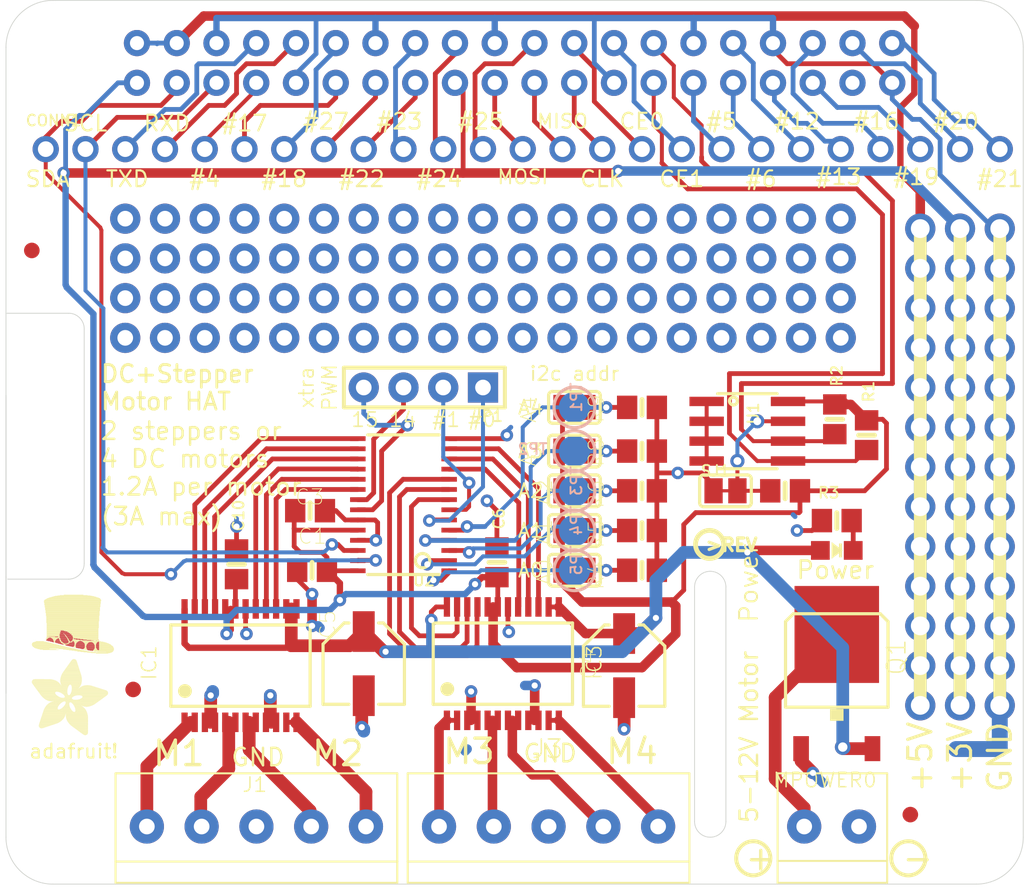
<source format=kicad_pcb>
(kicad_pcb (version 20211014) (generator pcbnew)
  (layers (0 "F.Cu" signal) (31 "B.Cu" signal) (34 "B.Paste" user) (35 "F.Paste" user) (36 "B.SilkS" user "B.Silkscreen") (37 "F.SilkS" user "F.Silkscreen") (38 "B.Mask" user) (39 "F.Mask" user) (44 "Edge.Cuts" user))
  (net 0 "")
  (net 1 "5.0V")
  (net 2 "SDA")
  (net 3 "SCL")
  (net 4 "GPIO4")
  (net 5 "GPIO17")
  (net 6 "GPIO27")
  (net 7 "GPIO22")
  (net 8 "SPI_MOSI")
  (net 9 "SPI_MISO")
  (net 10 "SPI_SCLK")
  (net 11 "GPIO5")
  (net 12 "GPIO6")
  (net 13 "GPIO13")
  (net 14 "GPIO19")
  (net 15 "GPIO26")
  (net 16 "3.3V")
  (net 17 "GND")
  (net 18 "TXD")
  (net 19 "RXD")
  (net 20 "GPIO18")
  (net 21 "GPIO24")
  (net 22 "GPIO25")
  (net 23 "SPI_CE0")
  (net 24 "SPI_CE1")
  (net 25 "EECLK")
  (net 26 "GPIO16")
  (net 27 "GPIO20")
  (net 28 "GPIO21")
  (net 29 "GPIO23")
  (net 30 "EEDATA")
  (net 31 "GPIO12")
  (net 32 "N$16")
  (net 33 "+12V")
  (net 34 "N$4")
  (net 35 "N$6")
  (net 36 "N$7")
  (net 37 "N$9")
  (net 38 "N$12")
  (net 39 "N$14")
  (net 40 "N$15")
  (net 41 "N$17")
  (net 42 "N$133")
  (net 43 "PWM0")
  (net 44 "PWM1")
  (net 45 "PWM2")
  (net 46 "PWM3")
  (net 47 "PWM4")
  (net 48 "PWM5")
  (net 49 "PWM6")
  (net 50 "PWM7")
  (net 51 "PWM8")
  (net 52 "PWM9")
  (net 53 "PWM10")
  (net 54 "PWM11")
  (net 55 "PWM12")
  (net 56 "PWM13")
  (net 57 "PWM14")
  (net 58 "PWM15")
  (net 59 "A0")
  (net 60 "A1")
  (net 61 "A2")
  (net 62 "A3")
  (net 63 "A4")
  (net 64 "N$3")
  (net 65 "N$2")
  (net 66 "N$5")
  (net 67 "N$8")
  (net 68 "N$10")
  (net 69 "N$11")
  (net 70 "N$13")
  (net 71 "N$18")
  (net 72 "N$19")
  (net 73 "N$20")
  (net 74 "N$21")
  (net 75 "N$22")
  (net 76 "N$23")
  (net 77 "N$24")
  (net 78 "N$25")
  (net 79 "N$26")
  (net 80 "N$27")
  (net 81 "N$28")
  (net 82 "N$29")
  (net 83 "N$30")
  (net 84 "N$31")
  (net 85 "N$32")
  (net 86 "N$33")
  (net 87 "N$34")
  (net 88 "N$35")
  (net 89 "N$36")
  (net 90 "N$37")
  (net 91 "N$38")
  (net 92 "N$39")
  (net 93 "N$40")
  (net 94 "N$41")
  (net 95 "N$42")
  (net 96 "N$43")
  (net 97 "N$44")
  (net 98 "N$45")
  (net 99 "N$46")
  (net 100 "N$47")
  (net 101 "N$48")
  (net 102 "N$49")
  (net 103 "N$50")
  (net 104 "N$51")
  (net 105 "N$52")
  (net 106 "N$53")
  (net 107 "N$54")
  (net 108 "N$55")
  (net 109 "N$56")
  (net 110 "N$57")
  (net 111 "N$58")
  (net 112 "N$59")
  (net 113 "N$60")
  (net 114 "N$61")
  (net 115 "N$62")
  (net 116 "N$63")
  (net 117 "N$64")
  (net 118 "N$65")
  (net 119 "N$66")
  (net 120 "N$67")
  (net 121 "N$68")
  (net 122 "N$69")
  (net 123 "N$70")
  (net 124 "N$71")
  (net 125 "N$72")
  (net 126 "N$73")
  (net 127 "N$74")
  (net 128 "N$75")
  (net 129 "N$76")
  (net 130 "N$77")
  (net 131 "N$78")
  (net 132 "N$79")
  (net 133 "N$80")
  (net 134 "N$81")
  (net 135 "N$82")
  (net 136 "N$83")
  (net 137 "N$84")
  (net 138 "N$85")
  (net 139 "N$86")
  (net 140 "N$87")
  (footprint "boardEagle:FIDUCIAL_1MM" (layer "F.Cu") (at 117.6521 92.7406)
    (fp_text reference "FID1" hide)
    (fp_text value "FIDUCIAL\"\"" hide)
  )
  (footprint "boardEagle:1X25_ROUND_70MIL" (layer "F.Cu") (at 149.0211 86.2636)
    (fp_text reference "CONN1")
    (fp_text value "HEADER-1X25")
  )
  (footprint "boardEagle:SOLDERJUMPER_REFLOW_NOPASTE" (layer "F.Cu") (at 152.3231 105.5676 180)
    (fp_text reference "A3")
    (fp_text value "")
  )
  (footprint "boardEagle:PI_HAT_SLOTS" (layer "F.Cu") (at 116.0011 133.2536)
    (fp_text reference "RPI1" hide)
    (fp_text value "RASPBERRYPI_BPLUS_HATSLOTS" hide)
    (fp_line (start 4 -36.5) (end 0 -36.5) (layer "Edge.Cuts") (width 0.05))
    (fp_line (start 0.1 -19.5) (end 4 -19.5) (layer "Edge.Cuts") (width 0.05))
    (fp_line (start 65 -3) (end 65 -53.5) (layer "Edge.Cuts") (width 0.05))
    (fp_line (start 3 0) (end 62 0) (layer "Edge.Cuts") (width 0.05))
    (fp_line (start 0 -53.5) (end 0 -3) (layer "Edge.Cuts") (width 0.05))
    (fp_line (start 62 -56.5) (end 3 -56.5) (layer "Edge.Cuts") (width 0.05))
    (fp_line (start 5 -20.5) (end 5 -35.5) (layer "Edge.Cuts") (width 0.05))
    (fp_line (start 44 -4) (end 44 -19) (layer "Edge.Cuts") (width 0.05))
    (fp_line (start 46 -19) (end 46 -4) (layer "Edge.Cuts") (width 0.05))
    (fp_arc (start 44 -19) (mid 44.292893 -19.707107) (end 45 -20) (layer "Edge.Cuts") (width 0.05))
    (fp_arc (start 5 -20.5) (mid 4.707107 -19.792893) (end 4 -19.5) (layer "Edge.Cuts") (width 0.05))
    (fp_arc (start 65 -3) (mid 64.12132 -0.87868) (end 62 0) (layer "Edge.Cuts") (width 0.05))
    (fp_arc (start 62 -56.5) (mid 64.12132 -55.62132) (end 65 -53.5) (layer "Edge.Cuts") (width 0.05))
    (fp_arc (start 45 -3) (mid 44.292893 -3.292893) (end 44 -4) (layer "Edge.Cuts") (width 0.05))
    (fp_arc (start 4 -36.5) (mid 4.707107 -36.207107) (end 5 -35.5) (layer "Edge.Cuts") (width 0.05))
    (fp_arc (start 3 0) (mid 0.87868 -0.87868) (end 0 -3) (layer "Edge.Cuts") (width 0.05))
    (fp_arc (start 45 -20) (mid 45.707107 -19.707107) (end 46 -19) (layer "Edge.Cuts") (width 0.05))
    (fp_arc (start 0 -53.5) (mid 0.87868 -55.62132) (end 3 -56.5) (layer "Edge.Cuts") (width 0.05))
    (fp_arc (start 46 -4) (mid 45.707107 -3.292893) (end 45 -3) (layer "Edge.Cuts") (width 0.05))
  )
  (footprint "boardEagle:0805-NO" (layer "F.Cu") (at 135.4321 109.3776)
    (fp_text reference "C3")
    (fp_text value "0.1uF")
  )
  (footprint "boardEagle:SOLDERJUMPER_REFLOW_NOPASTE" (layer "F.Cu") (at 152.3231 110.6476)
    (fp_text reference "A1")
    (fp_text value "")
  )
  (footprint "boardEagle:0805-NO" (layer "F.Cu") (at 130.7331 112.8066 90)
    (fp_text reference "C10")
    (fp_text value "10uF")
  )
  (footprint "boardEagle:FIDUCIAL_1MM" (layer "F.Cu") (at 173.7861 128.8086)
    (fp_text reference "FID2" hide)
    (fp_text value "FIDUCIAL\"\"" hide)
  )
  (footprint "boardEagle:PANASONIC_C" (layer "F.Cu") (at 138.8611 119.1566 90)
    (fp_text reference "C5")
    (fp_text value "47uF+/16v")
  )
  (footprint "boardEagle:PCBFEAT-REV-040" (layer "F.Cu") (at 160.9591 111.5366)
    (fp_text reference "U$6" hide)
    (fp_text value "" hide)
  )
  (footprint "boardEagle:CHIPLED_0805_NOOUTLINE" (layer "F.Cu") (at 169.0871 111.9176 -90)
    (fp_text reference "LED1" hide)
    (fp_text value "Green")
  )
  (footprint "boardEagle:1X05-3.5MM" (layer "F.Cu") (at 132.0031 129.5706)
    (fp_text reference "J1")
    (fp_text value "1X5" hide)
  )
  (footprint "boardEagle:SSOP24" (layer "F.Cu") (at 147.7511 119.1566)
    (fp_text reference "IC3")
    (fp_text value "TB6612FNG")
  )
  (footprint "boardEagle:D-PAK_TO252AA" (layer "F.Cu") (at 169.0871 119.7916)
    (fp_text reference "Q1")
    (fp_text value "AOD417")
  )
  (footprint "boardEagle:PIHATLOGO" (layer "F.Cu") (at 117.6521 118.5216)
    (fp_text reference "U$5" hide)
    (fp_text value "" hide)
  )
  (footprint "boardEagle:0805-NO" (layer "F.Cu") (at 156.6411 102.7736 180)
    (fp_text reference "R9")
    (fp_text value "10k")
  )
  (footprint "boardEagle:SOLDERJUMPER_CLOSEDWIRE" (layer "F.Cu") (at 161.9751 108.1076)
    (fp_text reference "SJ1")
    (fp_text value "WP")
  )
  (footprint "boardEagle:TSSOP28" (layer "F.Cu") (at 141.4011 108.9966 90)
    (fp_text reference "U2")
    (fp_text value "PCA9685")
  )
  (footprint "boardEagle:0805-NO" (layer "F.Cu") (at 156.6411 105.5676 180)
    (fp_text reference "R8")
    (fp_text value "10k")
  )
  (footprint "boardEagle:1X2-3.5MM" (layer "F.Cu") (at 168.7061 129.5706)
    (fp_text reference "MPOWER0")
    (fp_text value "1X2-3.5MM" hide)
  )
  (footprint "boardEagle:SSOP24" (layer "F.Cu") (at 130.9871 119.2836)
    (fp_text reference "IC1")
    (fp_text value "TB6612FNG")
  )
  (footprint "boardEagle:ADAFRUIT_5MM" (layer "F.Cu") (at 117.6521 123.7286)
    (fp_text reference "U$51" hide)
    (fp_text value "" hide)
  )
  (footprint "boardEagle:0805-NO" (layer "F.Cu") (at 147.3701 112.6796 90)
    (fp_text reference "C6")
    (fp_text value "10uF")
  )
  (footprint "boardEagle:SOLDERJUMPER_REFLOW_NOPASTE" (layer "F.Cu") (at 152.3231 113.1876)
    (fp_text reference "A0")
    (fp_text value "")
  )
  (footprint "boardEagle:0805-NO" (layer "F.Cu") (at 169.0871 110.0126)
    (fp_text reference "R7" hide)
    (fp_text value "1K")
  )
  (footprint "boardEagle:SOLDERJUMPER_REFLOW_NOPASTE" (layer "F.Cu") (at 152.3231 108.1076)
    (fp_text reference "A2")
    (fp_text value "")
  )
  (footprint "boardEagle:0805-NO" (layer "F.Cu") (at 135.5591 113.1876 180)
    (fp_text reference "C1")
    (fp_text value "0.1uF")
  )
  (footprint "boardEagle:SOIC8_150MIL" (layer "F.Cu") (at 163.3721 104.2976 -90)
    (fp_text reference "U1")
    (fp_text value "CAT24C32")
  )
  (footprint "boardEagle:SOLDERJUMPER_REFLOW_NOPASTE" (layer "F.Cu") (at 152.3231 102.7736 180)
    (fp_text reference "A4")
    (fp_text value "")
  )
  (footprint "boardEagle:PANASONIC_C" (layer "F.Cu") (at 155.4981 119.2836 90)
    (fp_text reference "C4")
    (fp_text value "47uF/16v")
  )
  (footprint "boardEagle:1X05-3.5MM" (layer "F.Cu") (at 150.6721 129.5706)
    (fp_text reference "J3")
    (fp_text value "1X5" hide)
  )
  (footprint "boardEagle:0805-NO" (layer "F.Cu") (at 156.6411 113.1876 180)
    (fp_text reference "R4")
    (fp_text value "10k")
  )
  (footprint "boardEagle:FIDUCIAL_1MM" (layer "F.Cu") (at 124.1291 120.8076)
    (fp_text reference "FID3" hide)
    (fp_text value "FIDUCIAL\"\"" hide)
  )
  (footprint "boardEagle:1X04_ROUND_76" (layer "F.Cu") (at 142.6711 101.5036 180)
    (fp_text reference "JP1")
    (fp_text value "")
  )
  (footprint "boardEagle:0805-NO" (layer "F.Cu") (at 168.9601 103.5356 90)
    (fp_text reference "R2")
    (fp_text value "3.9K")
  )
  (footprint "boardEagle:0805-NO" (layer "F.Cu") (at 156.6411 110.6476 180)
    (fp_text reference "R5")
    (fp_text value "10k")
  )
  (footprint "boardEagle:0805-NO" (layer "F.Cu") (at 165.7851 108.1076)
    (fp_text reference "R3")
    (fp_text value "3.9K")
  )
  (footprint "boardEagle:0805-NO" (layer "F.Cu") (at 156.6411 108.1076 180)
    (fp_text reference "R6")
    (fp_text value "10k")
  )
  (footprint "boardEagle:0805-NO" (layer "F.Cu") (at 170.9921 104.5516 90)
    (fp_text reference "R1")
    (fp_text value "3.9K")
  )
  (footprint "boardEagle:TESTPOINT_ROUND_2MM" (layer "B.Cu") (at 152.3231 113.1876 90)
    (fp_text reference "TP5")
    (fp_text value "")
  )
  (footprint "boardEagle:TESTPOINT_ROUND_2MM" (layer "B.Cu") (at 152.3231 102.7736 90)
    (fp_text reference "TP1")
    (fp_text value "")
  )
  (footprint "boardEagle:TESTPOINT_ROUND_2MM" (layer "B.Cu") (at 152.3231 105.5676 180)
    (fp_text reference "TP2")
    (fp_text value "")
  )
  (footprint "boardEagle:TESTPOINT_ROUND_2MM" (layer "B.Cu") (at 152.3231 108.1076 90)
    (fp_text reference "TP3")
    (fp_text value "")
  )
  (footprint "boardEagle:TESTPOINT_ROUND_2MM" (layer "B.Cu") (at 152.3231 110.6476 90)
    (fp_text reference "TP4")
    (fp_text value "")
  )
  (gr_line (start 137.5911 102.7736) (end 147.8781 102.7736) (layer "F.SilkS") (width 0.254))
  (gr_line (start 179.5011 121.8236) (end 179.5011 91.3436) (layer "F.SilkS") (width 0.8128))
  (gr_circle (center 163.7531 131.6026) (end 164.8455 131.6026) (layer "F.SilkS") (width 0.254) (fill none))
  (gr_line (start 137.5911 100.2336) (end 137.5911 102.7736) (layer "F.SilkS") (width 0.254))
  (gr_line (start 147.8781 102.7736) (end 147.8781 100.2336) (layer "F.SilkS") (width 0.254))
  (gr_line (start 147.8781 100.2336) (end 137.5911 100.2336) (layer "F.SilkS") (width 0.254))
  (gr_line (start 176.9611 121.8236) (end 176.9611 91.3436) (layer "F.SilkS") (width 0.8128))
  (gr_line (start 174.4211 121.8236) (end 174.4211 91.2166) (layer "F.SilkS") (width 0.8128))
  (gr_circle (center 173.6591 131.6026) (end 174.7515 131.6026) (layer "F.SilkS") (width 0.254) (fill none))
  (gr_line (start 116.0011 113.6956) (end 116.0011 113.5686) (layer "Edge.Cuts") (width 0.05))
  (gr_line (start 116.0011 121.0616) (end 116.0011 102.0116) (layer "Edge.Cuts") (width 0.05))
  (gr_text "#22" (at 138.7341 88.1686) (layer "F.SilkS") (effects (font (size 1.00584 1.00584) (thickness 0.13716))))
  (gr_text "CE0" (at 156.6411 84.4856) (layer "F.SilkS") (effects (font (size 1.00584 1.00584) (thickness 0.13716))))
  (gr_text "4 DC motors" (at 121.9701 106.7106) (layer "F.SilkS") (effects (font (size 1.1176 1.1176) (thickness 0.1524)) (justify left bottom)))
  (gr_text "+" (at 163.1181 132.4916) (layer "F.SilkS") (effects (font (size 1.56464 1.56464) (thickness 0.21336)) (justify left bottom)))
  (gr_text "CLK" (at 154.1011 88.1686) (layer "F.SilkS") (effects (font (size 1.00584 1.00584) (thickness 0.13716))))
  (gr_text "M3" (at 147.3701 123.8556) (layer "F.SilkS") (effects (font (size 1.56464 1.56464) (thickness 0.21336)) (justify right top)))
  (gr_text "SDA" (at 118.6681 88.1686) (layer "F.SilkS") (effects (font (size 1.00584 1.00584) (thickness 0.13716))))
  (gr_text "A1" (at 149.5291 110.6476) (layer "F.SilkS") (effects (font (size 0.89408 0.89408) (thickness 0.12192))))
  (gr_text "M4" (at 157.7841 123.8556) (layer "F.SilkS") (effects (font (size 1.56464 1.56464) (thickness 0.21336)) (justify right top)))
  (gr_text "(3A max)" (at 121.9701 110.3936) (layer "F.SilkS") (effects (font (size 1.1176 1.1176) (thickness 0.1524)) (justify left bottom)))
  (gr_text "DC+Stepper\nMotor HAT" (at 121.9701 103.0276) (layer "F.SilkS") (effects (font (size 1.0922 1.0922) (thickness 0.1778)) (justify left bottom)))
  (gr_text "#13" (at 169.2141 88.0416) (layer "F.SilkS") (effects (font (size 1.00584 1.00584) (thickness 0.13716))))
  (gr_text "A0" (at 149.5291 113.1876) (layer "F.SilkS") (effects (font (size 0.89408 0.89408) (thickness 0.12192))))
  (gr_text "+3V" (at 176.9611 125.1256 90) (layer "F.SilkS") (effects (font (size 1.475232 1.475232) (thickness 0.201168))))
  (gr_text "#20" (at 176.7071 84.4856) (layer "F.SilkS") (effects (font (size 1.00584 1.00584) (thickness 0.13716))))
  (gr_text "15" (at 139.8771 103.0276) (layer "F.SilkS") (effects (font (size 0.9144 0.9144) (thickness 0.1016)) (justify right top)))
  (gr_text "Power" (at 166.4201 113.8226) (layer "F.SilkS") (effects (font (size 1.1176 1.1176) (thickness 0.1524)) (justify left bottom)))
  (gr_text "5-12V Motor" (at 164.1341 129.4436 90) (layer "F.SilkS") (effects (font (size 1.1176 1.1176) (thickness 0.1524)) (justify left bottom)))
  (gr_text "Power" (at 164.1341 116.6166 90) (layer "F.SilkS") (effects (font (size 1.143 1.143) (thickness 0.127)) (justify left bottom)))
  (gr_text "M2" (at 138.9881 123.9826) (layer "F.SilkS") (effects (font (size 1.56464 1.56464) (thickness 0.21336)) (justify right top)))
  (gr_text "RXD" (at 126.2881 84.6126) (layer "F.SilkS") (effects (font (size 1.00584 1.00584) (thickness 0.13716))))
  (gr_text "#17" (at 131.2411 84.6126) (layer "F.SilkS") (effects (font (size 1.00584 1.00584) (thickness 0.13716))))
  (gr_text "-" (at 173.1511 132.4916) (layer "F.SilkS") (effects (font (size 1.56464 1.56464) (thickness 0.21336)) (justify left bottom)))
  (gr_text "#18" (at 133.7811 88.1686) (layer "F.SilkS") (effects (font (size 1.00584 1.00584) (thickness 0.13716))))
  (gr_text "#24" (at 143.6871 88.1686) (layer "F.SilkS") (effects (font (size 1.00584 1.00584) (thickness 0.13716))))
  (gr_text "#0" (at 147.3701 103.0276) (layer "F.SilkS") (effects (font (size 0.9144 0.9144) (thickness 0.1016)) (justify right top)))
  (gr_text "#12" (at 166.5471 84.4856) (layer "F.SilkS") (effects (font (size 1.00584 1.00584) (thickness 0.13716))))
  (gr_text "#1" (at 145.0841 103.0276) (layer "F.SilkS") (effects (font (size 0.9144 0.9144) (thickness 0.1016)) (justify right top)))
  (gr_text "#5" (at 161.7211 84.4856) (layer "F.SilkS") (effects (font (size 1.00584 1.00584) (thickness 0.13716))))
  (gr_text "#27" (at 136.4481 84.4856) (layer "F.SilkS") (effects (font (size 1.00584 1.00584) (thickness 0.13716))))
  (gr_text "#23" (at 141.1471 84.4856) (layer "F.SilkS") (effects (font (size 1.00584 1.00584) (thickness 0.13716))))
  (gr_text "GND" (at 152.5771 124.2366) (layer "F.SilkS") (effects (font (size 1.1176 1.1176) (thickness 0.1524)) (justify right top)))
  (gr_text "#16" (at 171.6271 84.4856) (layer "F.SilkS") (effects (font (size 1.00584 1.00584) (thickness 0.13716))))
  (gr_text "#25" (at 146.3541 84.4856) (layer "F.SilkS") (effects (font (size 1.00584 1.00584) (thickness 0.13716))))
  (gr_text "adafruit!" (at 123.2401 124.2366) (layer "F.SilkS") (effects (font (size 0.89408 0.89408) (thickness 0.12192)) (justify right top)))
  (gr_text "GND" (at 179.5011 125.1256 90) (layer "F.SilkS") (effects (font (size 1.475232 1.475232) (thickness 0.201168))))
  (gr_text "CE1" (at 159.1811 88.1686) (layer "F.SilkS") (effects (font (size 1.00584 1.00584) (thickness 0.13716))))
  (gr_text "A4" (at 149.5291 102.7736) (layer "F.SilkS") (effects (font (size 0.89408 0.89408) (thickness 0.12192))))
  (gr_text "1.2A per motor" (at 121.9701 108.4886) (layer "F.SilkS") (effects (font (size 1.1176 1.1176) (thickness 0.1524)) (justify left bottom)))
  (gr_text "14" (at 142.2901 103.0276) (layer "F.SilkS") (effects (font (size 0.9144 0.9144) (thickness 0.1016)) (justify right top)))
  (gr_text "TXD" (at 123.7481 88.1686) (layer "F.SilkS") (effects (font (size 1.00584 1.00584) (thickness 0.13716))))
  (gr_text "A2" (at 149.5291 108.1076) (layer "F.SilkS") (effects (font (size 0.89408 0.89408) (thickness 0.12192))))
  (gr_text "xtra\nPWM" (at 135.9401 101.5036 90) (layer "F.SilkS") (effects (font (size 0.9144 0.9144) (thickness 0.1016))))
  (gr_text "M1" (at 128.8281 123.9826) (layer "F.SilkS") (effects (font (size 1.56464 1.56464) (thickness 0.21336)) (justify right top)))
  (gr_text "A3" (at 149.5291 105.5676) (layer "F.SilkS") (effects (font (size 0.89408 0.89408) (thickness 0.12192))))
  (gr_text "i2c addr" (at 152.3231 100.6146) (layer "F.SilkS") (effects (font (size 0.89408 0.89408) (thickness 0.12192))))
  (gr_text "MOSI" (at 149.0211 88.0416) (layer "F.SilkS") (effects (font (size 0.89408 0.89408) (thickness 0.12192))))
  (gr_text "#19" (at 174.1671 88.0416) (layer "F.SilkS") (effects (font (size 1.00584 1.00584) (thickness 0.13716))))
  (gr_text "GND" (at 133.9081 124.4906) (layer "F.SilkS") (effects (font (size 1.1176 1.1176) (thickness 0.1524)) (justify right top)))
  (gr_text "2 steppers or" (at 121.9701 104.9326) (layer "F.SilkS") (effects (font (size 1.1176 1.1176) (thickness 0.1524)) (justify left bottom)))
  (gr_text "+5V" (at 174.4211 125.1256 90) (layer "F.SilkS") (effects (font (size 1.475232 1.475232) (thickness 0.201168))))
  (gr_text "SCL" (at 121.0811 84.6126) (layer "F.SilkS") (effects (font (size 1.00584 1.00584) (thickness 0.13716))))
  (gr_text "#21" (at 179.5011 88.1686) (layer "F.SilkS") (effects (font (size 1.00584 1.00584) (thickness 0.13716))))
  (gr_text "#4" (at 128.7011 88.1686) (layer "F.SilkS") (effects (font (size 1.00584 1.00584) (thickness 0.13716))))
  (gr_text "MISO" (at 151.5611 84.4856) (layer "F.SilkS") (effects (font (size 0.89408 0.89408) (thickness 0.12192))))
  (gr_text "#6" (at 164.2611 88.1686) (layer "F.SilkS") (effects (font (size 1.00584 1.00584) (thickness 0.13716))))
  (segment (start 173.1511 87.6606) (end 174.4211 88.9306) (width 0.6096) (layer "F.Cu") (net 1))
  (segment (start 174.0401 78.3896) (end 174.0401 82.7076) (width 0.4064) (layer "F.Cu") (net 1))
  (segment (start 173.1511 83.5966) (end 173.1511 87.6606) (width 0.4064) (layer "F.Cu") (net 1))
  (segment (start 173.4051 77.7546) (end 174.0401 78.3896) (width 0.6096) (layer "F.Cu") (net 1))
  (segment (start 128.6401 77.7546) (end 173.4051 77.7546) (width 0.6096) (layer "F.Cu") (net 1))
  (segment (start 174.4211 88.9306) (end 174.4211 91.3436) (width 0.6096) (layer "F.Cu") (net 1))
  (segment (start 174.0401 82.7076) (end 173.1511 83.5966) (width 0.4064) (layer "F.Cu") (net 1))
  (segment (start 126.9111 79.4836) (end 128.6401 77.7546) (width 0.6096) (layer "F.Cu") (net 1))
  (via (at 174.4211 111.6636) (size 1.9304) (drill 1.2) (layers "F.Cu" "B.Cu") (net 1))
  (via (at 174.4211 98.9636) (size 1.9304) (drill 1.2) (layers "F.Cu" "B.Cu") (net 1))
  (via (at 174.4211 116.7436) (size 1.9304) (drill 1.2) (layers "F.Cu" "B.Cu") (net 1))
  (via (at 174.4211 119.2836) (size 1.9304) (drill 1.2) (layers "F.Cu" "B.Cu") (net 1))
  (via (at 174.4211 114.2036) (size 1.9304) (drill 1.2) (layers "F.Cu" "B.Cu") (net 1))
  (via (at 174.4211 106.5836) (size 1.9304) (drill 1.2) (layers "F.Cu" "B.Cu") (net 1))
  (via (at 174.4211 93.8836) (size 1.9304) (drill 1.2) (layers "F.Cu" "B.Cu") (net 1))
  (via (at 174.4211 104.0436) (size 1.9304) (drill 1.2) (layers "F.Cu" "B.Cu") (net 1))
  (via (at 174.4211 101.5036) (size 1.9304) (drill 1.2) (layers "F.Cu" "B.Cu") (net 1))
  (via (at 174.4211 91.3436) (size 1.9304) (drill 1.2) (layers "F.Cu" "B.Cu") (net 1))
  (via (at 174.4211 96.4236) (size 1.9304) (drill 1.2) (layers "F.Cu" "B.Cu") (net 1))
  (via (at 174.4211 121.8236) (size 1.9304) (drill 1.2) (layers "F.Cu" "B.Cu") (net 1))
  (via (at 174.4211 109.1236) (size 1.9304) (drill 1.2) (layers "F.Cu" "B.Cu") (net 1))
  (segment (start 126.9111 79.4836) (end 125.700384 79.4836) (width 0.3048) (layer "B.Cu") (net 1))
  (segment (start 174.4211 111.6636) (end 174.4211 114.2036) (width 0.8128) (layer "B.Cu") (net 1))
  (segment (start 174.4211 116.7436) (end 174.4211 119.2836) (width 0.8128) (layer "B.Cu") (net 1))
  (segment (start 174.4211 104.0436) (end 174.4211 106.5836) (width 0.8128) (layer "B.Cu") (net 1))
  (segment (start 174.4211 96.4236) (end 174.4211 93.8836) (width 0.8128) (layer "B.Cu") (net 1))
  (segment (start 174.4211 98.9636) (end 174.4211 101.5036) (width 0.8128) (layer "B.Cu") (net 1))
  (segment (start 174.4211 114.2036) (end 174.4211 116.7436) (width 0.8128) (layer "B.Cu") (net 1))
  (segment (start 174.4211 109.1236) (end 174.4211 111.6636) (width 0.8128) (layer "B.Cu") (net 1))
  (segment (start 174.4211 96.4236) (end 174.4211 98.9636) (width 0.8128) (layer "B.Cu") (net 1))
  (segment (start 174.4211 101.5036) (end 174.4211 104.0436) (width 0.8128) (layer "B.Cu") (net 1))
  (segment (start 174.4211 119.2836) (end 174.4211 121.8236) (width 0.8128) (layer "B.Cu") (net 1))
  (segment (start 125.700384 79.4836) (end 125.6531 79.530885) (width 0.3048) (layer "B.Cu") (net 1))
  (segment (start 174.4211 106.5836) (end 174.4211 109.1236) (width 0.8128) (layer "B.Cu") (net 1))
  (segment (start 125.700384 79.4836) (end 124.3711 79.4836) (width 0.3048) (layer "B.Cu") (net 1))
  (segment (start 174.4211 91.3436) (end 174.4211 93.8836) (width 0.8128) (layer "B.Cu") (net 1))
  (segment (start 122.022706 91.269207) (end 122.0971 91.44881) (width 0.254) (layer "F.Cu") (net 2))
  (segment (start 123.419707 113.367208) (end 123.599309 113.4416) (width 0.254) (layer "F.Cu") (net 2))
  (segment (start 122.0971 112.0446) (end 123.419706 113.367207) (width 0.254) (layer "F.Cu") (net 2))
  (segment (start 120.8271 84.4856) (end 121.8431 83.4696) (width 0.3048) (layer "F.Cu") (net 2))
  (segment (start 122.0971 91.44881) (end 122.0971 112.0446) (width 0.254) (layer "F.Cu") (net 2))
  (segment (start 125.9071 83.4696) (end 126.9111 82.4656) (width 0.3048) (layer "F.Cu") (net 2))
  (segment (start 126.9111 82.4656) (end 126.9111 82.0236) (width 0.3048) (layer "F.Cu") (net 2))
  (segment (start 138.5023 112.5526) (end 139.6231 112.5526) (width 0.3048) (layer "F.Cu") (net 2))
  (segment (start 121.8431 83.4696) (end 125.9071 83.4696) (width 0.3048) (layer "F.Cu") (net 2))
  (segment (start 119.5571 84.4856) (end 120.8271 84.4856) (width 0.3048) (layer "F.Cu") (net 2))
  (segment (start 138.4833 112.5716) (end 138.5023 112.5526) (width 0.3048) (layer "F.Cu") (net 2))
  (segment (start 122.022706 91.269207) (end 118.5411 87.7876) (width 0.254) (layer "F.Cu") (net 2))
  (segment (start 123.599309 113.4416) (end 126.5421 113.4416) (width 0.254) (layer "F.Cu") (net 2))
  (segment (start 118.5411 85.5016) (end 119.5571 84.4856) (width 0.3048) (layer "F.Cu") (net 2))
  (segment (start 122.022706 91.269207) (end 122.022706 91.269207) (width 0.254) (layer "F.Cu") (net 2))
  (segment (start 118.5411 86.2636) (end 118.5411 85.5016) (width 0.3048) (layer "F.Cu") (net 2))
  (segment (start 118.5411 87.7876) (end 118.5411 86.2636) (width 0.254) (layer "F.Cu") (net 2))
  (segment (start 123.419706 113.367207) (end 123.419707 113.367208) (width 0.254) (layer "F.Cu") (net 2))
  (via (at 126.5421 113.4416) (size 0.8001) (drill 0.3937) (layers "F.Cu" "B.Cu") (net 2))
  (via (at 139.6231 112.5526) (size 0.8001) (drill 0.3937) (layers "F.Cu" "B.Cu") (net 2))
  (segment (start 127.356706 112.626994) (end 127.356706 112.626994) (width 0.254) (layer "B.Cu") (net 2))
  (segment (start 127.356706 112.626994) (end 127.536309 112.5526) (width 0.254) (layer "B.Cu") (net 2))
  (segment (start 126.5421 113.4416) (end 127.356706 112.626994) (width 0.254) (layer "B.Cu") (net 2))
  (segment (start 127.536309 112.5526) (end 139.6231 112.5526) (width 0.254) (layer "B.Cu") (net 2))
  (segment (start 127.2431 84.2316) (end 129.4511 82.0236) (width 0.3048) (layer "F.Cu") (net 3))
  (segment (start 121.0811 86.2636) (end 123.1131 84.2316) (width 0.3048) (layer "F.Cu") (net 3))
  (segment (start 138.4833 111.9216) (end 137.5951 111.9216) (width 0.3048) (layer "F.Cu") (net 3))
  (segment (start 137.5951 111.9216) (end 137.2101 111.5366) (width 0.3048) (layer "F.Cu") (net 3))
  (segment (start 137.2101 111.5366) (end 136.8291 111.5366) (width 0.3048) (layer "F.Cu") (net 3))
  (segment (start 123.1131 84.2316) (end 127.2431 84.2316) (width 0.3048) (layer "F.Cu") (net 3))
  (via (at 136.8291 111.5366) (size 0.8001) (drill 0.3937) (layers "F.Cu" "B.Cu") (net 3))
  (segment (start 136.21589 112.0446) (end 122.4781 112.0446) (width 0.254) (layer "B.Cu") (net 3))
  (segment (start 121.0811 95.302391) (end 121.0811 86.2636) (width 0.254) (layer "B.Cu") (net 3))
  (segment (start 136.8291 111.5366) (end 136.395493 111.970207) (width 0.254) (layer "B.Cu") (net 3))
  (segment (start 122.2241 111.685391) (end 122.2241 96.445391) (width 0.254) (layer "B.Cu") (net 3))
  (segment (start 136.395492 111.970208) (end 136.21589 112.0446) (width 0.254) (layer "B.Cu") (net 3))
  (segment (start 122.2241 96.445391) (end 121.0811 95.302391) (width 0.254) (layer "B.Cu") (net 3))
  (segment (start 122.171493 111.737994) (end 122.171493 111.737994) (width 0.254) (layer "B.Cu") (net 3))
  (segment (start 136.395493 111.970207) (end 136.395492 111.970208) (width 0.254) (layer "B.Cu") (net 3))
  (segment (start 122.171493 111.737994) (end 122.2241 111.685391) (width 0.254) (layer "B.Cu") (net 3))
  (segment (start 122.4781 112.0446) (end 122.171493 111.737994) (width 0.254) (layer "B.Cu") (net 3))
  (segment (start 128.7011 85.7556) (end 128.7011 86.2636) (width 0.254) (layer "F.Cu") (net 4))
  (segment (start 131.9911 82.4656) (end 128.7011 85.7556) (width 0.254) (layer "F.Cu") (net 4))
  (segment (start 131.9911 82.4656) (end 131.9911 82.0236) (width 0.3048) (layer "F.Cu") (net 4))
  (segment (start 131.2411 86.2636) (end 131.2411 84.4856) (width 0.3048) (layer "F.Cu") (net 5))
  (segment (start 137.0711 82.9736) (end 137.0711 82.0236) (width 0.3048) (layer "F.Cu") (net 5))
  (segment (start 136.5751 83.4696) (end 137.0711 82.9736) (width 0.3048) (layer "F.Cu") (net 5))
  (segment (start 131.2411 84.4856) (end 132.2571 83.4696) (width 0.3048) (layer "F.Cu") (net 5))
  (segment (start 132.2571 83.4696) (end 136.5751 83.4696) (width 0.3048) (layer "F.Cu") (net 5))
  (segment (start 139.6111 82.9736) (end 139.6111 82.0236) (width 0.3048) (layer "F.Cu") (net 6))
  (segment (start 136.3211 86.2636) (end 139.6111 82.9736) (width 0.3048) (layer "F.Cu") (net 6))
  (segment (start 138.8611 86.2636) (end 142.1511 82.9736) (width 0.3048) (layer "F.Cu") (net 7))
  (segment (start 142.1511 82.9736) (end 142.1511 82.0236) (width 0.3048) (layer "F.Cu") (net 7))
  (segment (start 147.2311 84.4736) (end 147.2311 82.0236) (width 0.3048) (layer "F.Cu") (net 8))
  (segment (start 149.0211 86.2636) (end 147.2311 84.4736) (width 0.3048) (layer "F.Cu") (net 8))
  (segment (start 151.5611 86.2636) (end 149.7711 84.4736) (width 0.3048) (layer "F.Cu") (net 9))
  (segment (start 149.7711 84.4736) (end 149.7711 82.0236) (width 0.3048) (layer "F.Cu") (net 9))
  (segment (start 152.3111 84.4736) (end 152.3111 82.0236) (width 0.3048) (layer "F.Cu") (net 10))
  (segment (start 154.1011 86.2636) (end 152.3111 84.4736) (width 0.3048) (layer "F.Cu") (net 10))
  (segment (start 159.9311 84.4736) (end 161.7211 86.2636) (width 0.3048) (layer "B.Cu") (net 11))
  (segment (start 159.9311 82.0236) (end 159.9311 84.4736) (width 0.3048) (layer "B.Cu") (net 11))
  (segment (start 162.4711 84.4736) (end 164.2611 86.2636) (width 0.3048) (layer "B.Cu") (net 12))
  (segment (start 162.4711 82.0236) (end 162.4711 84.4736) (width 0.3048) (layer "B.Cu") (net 12))
  (segment (start 165.1011 83.1666) (end 166.5471 84.6126) (width 0.3048) (layer "B.Cu") (net 13))
  (segment (start 167.1821 84.6126) (end 168.3251 85.7556) (width 0.3048) (layer "B.Cu") (net 13))
  (segment (start 166.5471 84.6126) (end 167.1821 84.6126) (width 0.3048) (layer "B.Cu") (net 13))
  (segment (start 168.8331 85.7556) (end 169.3411 86.2636) (width 0.3048) (layer "B.Cu") (net 13))
  (segment (start 165.0111 82.0236) (end 165.1011 82.0236) (width 0.3048) (layer "B.Cu") (net 13))
  (segment (start 165.1011 82.0236) (end 165.1011 83.1666) (width 0.3048) (layer "B.Cu") (net 13))
  (segment (start 168.3251 85.7556) (end 168.8331 85.7556) (width 0.3048) (layer "B.Cu") (net 13))
  (segment (start 167.5511 82.0236) (end 169.1241 83.5966) (width 0.3048) (layer "B.Cu") (net 14))
  (segment (start 171.7541 83.5966) (end 174.4211 86.2636) (width 0.3048) (layer "B.Cu") (net 14))
  (segment (start 169.1241 83.5966) (end 171.7541 83.5966) (width 0.3048) (layer "B.Cu") (net 14))
  (segment (start 134.5171 110.6216) (end 134.4161 110.5206) (width 0.3048) (layer "F.Cu") (net 16))
  (segment (start 130.6621 115.6586) (end 130.359043 115.6586) (width 0.3048) (layer "F.Cu") (net 16))
  (segment (start 144.6911 82.0236) (end 145.2111 82.5436) (width 0.3048) (layer "F.Cu") (net 16))
  (segment (start 160.0701 109.5046) (end 166.6741 109.5046) (width 0.3048) (layer "F.Cu") (net 16))
  (segment (start 151.8151 113.4416) (end 151.5611 113.1876) (width 0.6096) (layer "F.Cu") (net 16))
  (segment (start 169.6611 102.5856) (end 169.3106 102.2351) (width 0.6096) (layer "F.Cu") (net 16))
  (segment (start 136.5091 113.1876) (end 136.5431 113.2216) (width 0.3048) (layer "F.Cu") (net 16))
  (segment (start 147.128271 117.898772) (end 148.6401 119.4106) (width 0.6096) (layer "F.Cu") (net 16))
  (segment (start 154.9901 87.7876) (end 155.1171 87.6606) (width 0.6096) (layer "F.Cu") (net 16))
  (segment (start 154.9901 87.7876) (end 145.2111 87.7876) (width 0.6096) (layer "F.Cu") (net 16))
  (segment (start 136.5431 113.2216) (end 138.4833 113.2216) (width 0.3048) (layer "F.Cu") (net 16))
  (segment (start 136.5091 112.3596) (end 136.5091 113.1876) (width 0.3048) (layer "F.Cu") (net 16))
  (segment (start 151.5611 102.7736) (end 151.5611 105.5676) (width 0.3048) (layer "F.Cu") (net 16))
  (segment (start 145.2111 87.6606) (end 145.2111 87.7876) (width 0.254) (layer "F.Cu") (net 16))
  (segment (start 158.8001 115.4736) (end 158.5461 115.2196) (width 0.6096) (layer "F.Cu") (net 16))
  (segment (start 130.359043 115.6586) (end 130.359043 116.990657) (width 0.4064) (layer "F.Cu") (net 16))
  (segment (start 172.2621 106.7106) (end 170.8651 108.1076) (width 0.3048) (layer "F.Cu") (net 16))
  (segment (start 172.2621 103.7896) (end 172.2621 106.7106) (width 0.3048) (layer "F.Cu") (net 16))
  (segment (start 147.4261 115.5316) (end 147.4261 113.6856) (width 0.3048) (layer "F.Cu") (net 16))
  (segment (start 130.7331 113.7566) (end 130.6621 113.8276) (width 0.3048) (layer "F.Cu") (net 16))
  (segment (start 158.8001 117.2516) (end 158.8001 115.4736) (width 0.6096) (layer "F.Cu") (net 16))
  (segment (start 158.5461 115.2196) (end 159.3081 114.4576) (width 0.3048) (layer "F.Cu") (net 16))
  (segment (start 146.4201 113.6296) (end 147.3701 113.6296) (width 0.4064) (layer "F.Cu") (net 16))
  (segment (start 134.4161 111.6636) (end 134.7971 112.0446) (width 0.3048) (layer "F.Cu") (net 16))
  (segment (start 147.4261 113.6856) (end 147.3701 113.6296) (width 0.3048) (layer "F.Cu") (net 16))
  (segment (start 134.4161 110.5206) (end 134.4161 109.4436) (width 0.3048) (layer "F.Cu") (net 16))
  (segment (start 159.3081 114.4576) (end 159.3081 110.2666) (width 0.3048) (layer "F.Cu") (net 16))
  (segment (start 151.5611 110.6476) (end 151.5611 113.1876) (width 0.3048) (layer "F.Cu") (net 16))
  (segment (start 151.8151 114.2036) (end 151.8151 113.4416) (width 0.6096) (layer "F.Cu") (net 16))
  (segment (start 172.0081 103.5356) (end 172.2621 103.7896) (width 0.3048) (layer "F.Cu") (net 16))
  (segment (start 145.2111 87.7876) (end 119.6841 87.7876) (width 0.6096) (layer "F.Cu") (net 16))
  (segment (start 159.3081 110.2666) (end 160.0701 109.5046) (width 0.3048) (layer "F.Cu") (net 16))
  (segment (start 130.359043 115.6586) (end 130.0121 115.6586) (width 0.3048) (layer "F.Cu") (net 16))
  (segment (start 158.5461 115.2196) (end 152.8311 115.2196) (width 0.6096) (layer "F.Cu") (net 16))
  (segment (start 169.9761 102.5856) (end 169.6611 102.5856) (width 0.6096) (layer "F.Cu") (net 16))
  (segment (start 137.3371 115.0926) (end 137.3371 114.0156) (width 0.4064) (layer "F.Cu") (net 16))
  (segment (start 147.128271 115.5316) (end 146.7761 115.5316) (width 0.3048) (layer "F.Cu") (net 16))
  (segment (start 152.8311 115.2196) (end 151.8151 114.2036) (width 0.6096) (layer "F.Cu") (net 16))
  (segment (start 130.359043 116.990657) (end 130.0981 117.2516) (width 0.4064) (layer "F.Cu") (net 16))
  (segment (start 147.4261 115.5316) (end 147.128271 115.5316) (width 0.3048) (layer "F.Cu") (net 16))
  (segment (start 136.1941 112.0446) (end 136.5091 112.3596) (width 0.3048) (layer "F.Cu") (net 16))
  (segment (start 134.4161 109.4436) (end 134.4821 109.3776) (width 0.3048) (layer "F.Cu") (net 16))
  (segment (start 170.9921 103.6016) (end 171.0581 103.5356) (width 0.3048) (layer "F.Cu") (net 16))
  (segment (start 170.8651 108.1076) (end 166.7351 108.1076) (width 0.3048) (layer "F.Cu") (net 16))
  (segment (start 165.9721 102.3926) (end 168.7671 102.3926) (width 0.254) (layer "F.Cu") (net 16))
  (segment (start 170.9921 103.6016) (end 169.9761 102.5856) (width 0.6096) (layer "F.Cu") (net 16))
  (segment (start 145.2111 82.5436) (end 145.2111 87.6606) (width 0.3048) (layer "F.Cu") (net 16))
  (segment (start 130.6621 113.8276) (end 130.6621 115.6586) (width 0.3048) (layer "F.Cu") (net 16))
  (segment (start 145.9731 114.0766) (end 146.4201 113.6296) (width 0.4064) (layer "F.Cu") (net 16))
  (segment (start 137.3371 114.0156) (end 136.5091 113.1876) (width 0.4064) (layer "F.Cu") (net 16))
  (segment (start 166.6741 109.5046) (end 166.7351 109.4436) (width 0.3048) (layer "F.Cu") (net 16))
  (segment (start 148.6401 119.4106) (end 156.6411 119.4106) (width 0.6096) (layer "F.Cu") (net 16))
  (segment (start 151.5611 110.6476) (end 151.5611 108.1076) (width 0.3048) (layer "F.Cu") (net 16))
  (segment (start 151.3071 113.4416) (end 151.5611 113.1876) (width 0.6096) (layer "F.Cu") (net 16))
  (segment (start 166.7351 109.4436) (end 166.7351 108.1076) (width 0.3048) (layer "F.Cu") (net 16))
  (segment (start 134.7971 112.0446) (end 136.1941 112.0446) (width 0.3048) (layer "F.Cu") (net 16))
  (segment (start 171.0581 103.5356) (end 172.0081 103.5356) (width 0.3048) (layer "F.Cu") (net 16))
  (segment (start 134.4161 110.5206) (end 134.4161 111.6636) (width 0.3048) (layer "F.Cu") (net 16))
  (segment (start 138.4833 110.6216) (end 134.5171 110.6216) (width 0.3048) (layer "F.Cu") (net 16))
  (segment (start 169.3106 102.2351) (end 168.9601 102.5856) (width 0.6096) (layer "F.Cu") (net 16))
  (segment (start 168.7671 102.3926) (end 168.9601 102.5856) (width 0.254) (layer "F.Cu") (net 16))
  (segment (start 147.128271 115.5316) (end 147.128271 117.898772) (width 0.6096) (layer "F.Cu") (net 16))
  (segment (start 156.6411 119.4106) (end 158.8001 117.2516) (width 0.6096) (layer "F.Cu") (net 16))
  (segment (start 151.5611 105.5676) (end 151.5611 108.1076) (width 0.3048) (layer "F.Cu") (net 16))
  (via (at 130.0981 117.2516) (size 0.8001) (drill 0.3937) (layers "F.Cu" "B.Cu") (net 16))
  (via (at 176.9611 98.9636) (size 1.9304) (drill 1.2) (layers "F.Cu" "B.Cu") (net 16))
  (via (at 176.9611 106.5836) (size 1.9304) (drill 1.2) (layers "F.Cu" "B.Cu") (net 16))
  (via (at 176.9611 111.6636) (size 1.9304) (drill 1.2) (layers "F.Cu" "B.Cu") (net 16))
  (via (at 176.9611 109.1236) (size 1.9304) (drill 1.2) (layers "F.Cu" "B.Cu") (net 16))
  (via (at 119.6841 87.7876) (size 0.8001) (drill 0.3937) (layers "F.Cu" "B.Cu") (net 16))
  (via (at 145.9731 114.0766) (size 0.8001) (drill 0.3937) (layers "F.Cu" "B.Cu") (net 16))
  (via (at 176.9611 101.5036) (size 1.9304) (drill 1.2) (layers "F.Cu" "B.Cu") (net 16))
  (via (at 137.3371 115.0926) (size 0.8001) (drill 0.3937) (layers "F.Cu" "B.Cu") (net 16))
  (via (at 176.9611 121.8236) (size 1.9304) (drill 1.2) (layers "F.Cu" "B.Cu") (net 16))
  (via (at 176.9611 104.0436) (size 1.9304) (drill 1.2) (layers "F.Cu" "B.Cu") (net 16))
  (via (at 155.1171 87.6606) (size 0.8001) (drill 0.3937) (layers "F.Cu" "B.Cu") (net 16))
  (via (at 176.9611 96.4236) (size 1.9304) (drill 1.2) (layers "F.Cu" "B.Cu") (net 16))
  (via (at 176.9611 116.7436) (size 1.9304) (drill 1.2) (layers "F.Cu" "B.Cu") (net 16))
  (via (at 176.9611 119.2836) (size 1.9304) (drill 1.2) (layers "F.Cu" "B.Cu") (net 16))
  (via (at 176.9611 91.3436) (size 1.9304) (drill 1.2) (layers "F.Cu" "B.Cu") (net 16))
  (via (at 176.9611 114.2036) (size 1.9304) (drill 1.2) (layers "F.Cu" "B.Cu") (net 16))
  (via (at 176.9611 93.8836) (size 1.9304) (drill 1.2) (layers "F.Cu" "B.Cu") (net 16))
  (segment (start 130.2886 116.1721) (end 130.7331 115.7276) (width 0.4064) (layer "B.Cu") (net 16))
  (segment (start 120.7001 84.1046) (end 119.8111 84.9936) (width 0.3048) (layer "B.Cu") (net 16))
  (segment (start 176.9611 104.0436) (end 176.9611 101.5036) (width 0.8128) (layer "B.Cu") (net 16))
  (segment (start 137.7181 114.7116) (end 145.3381 114.7116) (width 0.4064) (layer "B.Cu") (net 16))
  (segment (start 121.5891 96.8046) (end 121.5891 112.828391) (width 0.4064) (layer "B.Cu") (net 16))
  (segment (start 137.3371 115.0926) (end 137.7181 114.7116) (width 0.4064) (layer "B.Cu") (net 16))
  (segment (start 119.8111 87.7876) (end 119.8111 94.921391) (width 0.4064) (layer "B.Cu") (net 16))
  (segment (start 176.9611 106.5836) (end 176.9611 104.0436) (width 0.8128) (layer "B.Cu") (net 16))
  (segment (start 124.932809 116.1721) (end 130.2886 116.1721) (width 0.4064) (layer "B.Cu") (net 16))
  (segment (start 176.9611 98.9636) (end 176.9611 96.4236) (width 0.8128) (layer "B.Cu") (net 16))
  (segment (start 119.8111 84.9936) (end 119.8111 87.7876) (width 0.3048) (layer "B.Cu") (net 16))
  (segment (start 176.9611 109.1236) (end 176.9611 106.5836) (width 0.8128) (layer "B.Cu") (net 16))
  (segment (start 176.9611 121.8236) (end 176.9611 119.2836) (width 0.8128) (layer "B.Cu") (net 16))
  (segment (start 176.9611 114.2036) (end 176.9611 111.6636) (width 0.8128) (layer "B.Cu") (net 16))
  (segment (start 119.6841 87.7876) (end 119.5571 87.7876) (width 0.3048) (layer "B.Cu") (net 16))
  (segment (start 155.1171 87.6606) (end 173.2781 87.6606) (width 0.6096) (layer "B.Cu") (net 16))
  (segment (start 121.5891 112.828392) (end 121.663493 113.007994) (width 0.4064) (layer "B.Cu") (net 16))
  (segment (start 145.3381 114.7116) (end 145.9731 114.0766) (width 0.4064) (layer "B.Cu") (net 16))
  (segment (start 119.5571 87.7876) (end 119.5571 87.9146) (width 0.3048) (layer "B.Cu") (net 16))
  (segment (start 119.8111 87.7876) (end 119.6841 87.7876) (width 0.3048) (layer "B.Cu") (net 16))
  (segment (start 124.3711 82.0236) (end 123.1621 82.0236) (width 0.3048) (layer "B.Cu") (net 16))
  (segment (start 123.1621 82.0236) (end 121.0811 84.1046) (width 0.3048) (layer "B.Cu") (net 16))
  (segment (start 119.8111 94.921391) (end 119.8111 94.921392) (width 0.4064) (layer "B.Cu") (net 16))
  (segment (start 176.9611 116.7436) (end 176.9611 114.2036) (width 0.8128) (layer "B.Cu") (net 16))
  (segment (start 176.9611 101.5036) (end 176.9611 98.9636) (width 0.8128) (layer "B.Cu") (net 16))
  (segment (start 130.0981 116.3626) (end 130.2886 116.1721) (width 0.4064) (layer "B.Cu") (net 16))
  (segment (start 176.9611 111.6636) (end 176.9611 109.1236) (width 0.8128) (layer "B.Cu") (net 16))
  (segment (start 121.0811 84.1046) (end 120.7001 84.1046) (width 0.3048) (layer "B.Cu") (net 16))
  (segment (start 176.9611 96.4236) (end 176.9611 93.8836) (width 0.8128) (layer "B.Cu") (net 16))
  (segment (start 176.9611 93.8836) (end 176.9611 91.3436) (width 0.8128) (layer "B.Cu") (net 16))
  (segment (start 124.753206 116.097707) (end 124.753207 116.097708) (width 0.4064) (layer "B.Cu") (net 16))
  (segment (start 173.2781 87.6606) (end 176.9611 91.3436) (width 0.6096) (layer "B.Cu") (net 16))
  (segment (start 119.885493 95.100994) (end 121.5891 96.8046) (width 0.4064) (layer "B.Cu") (net 16))
  (segment (start 176.9611 119.2836) (end 176.9611 116.7436) (width 0.8128) (layer "B.Cu") (net 16))
  (segment (start 130.0981 117.2516) (end 130.0981 116.3626) (width 0.4064) (layer "B.Cu") (net 16))
  (segment (start 136.7021 115.7276) (end 137.3371 115.0926) (width 0.4064) (layer "B.Cu") (net 16))
  (segment (start 121.5891 112.828391) (end 121.5891 112.828392) (width 0.4064) (layer "B.Cu") (net 16))
  (segment (start 119.8111 94.921392) (end 119.885493 95.100994) (width 0.4064) (layer "B.Cu") (net 16))
  (segment (start 124.753207 116.097708) (end 124.932809 116.1721) (width 0.4064) (layer "B.Cu") (net 16))
  (segment (start 130.7331 115.7276) (end 136.7021 115.7276) (width 0.4064) (layer "B.Cu") (net 16))
  (segment (start 121.663493 113.007994) (end 124.753206 116.097707) (width 0.4064) (layer "B.Cu") (net 16))
  (segment (start 146.1261 122.7816) (end 145.710828 122.7816) (width 0.3048) (layer "F.Cu") (net 17))
  (segment (start 145.710828 122.7816) (end 145.4761 122.7816) (width 0.3048) (layer "F.Cu") (net 17))
  (segment (start 135.5591 116.7436) (end 135.5591 114.7116) (width 0.6096) (layer "F.Cu") (net 17))
  (segment (start 131.3121 117.2516) (end 131.3681 117.2516) (width 0.3048) (layer "F.Cu") (net 17))
  (segment (start 147.7851 104.7716) (end 148.0051 104.5516) (width 0.3048) (layer "F.Cu") (net 17))
  (segment (start 167.5021 110.6476) (end 166.5471 110.6476) (width 0.3048) (layer "F.Cu") (net 17))
  (segment (start 139.7501 111.1556) (end 139.7501 110.1396) (width 0.3048) (layer "F.Cu") (net 17))
  (segment (start 160.7721 106.2026) (end 160.7721 104.9326) (width 0.254) (layer "F.Cu") (net 17))
  (segment (start 160.7721 107.2856) (end 161.2131 107.7266) (width 0.3048) (layer "F.Cu") (net 17))
  (segment (start 166.8071 125.3856) (end 167.5631 126.1416) (width 0.8128) (layer "F.Cu") (net 17))
  (segment (start 132.955403 122.9086) (end 133.2621 122.9086) (width 0.3048) (layer "F.Cu") (net 17))
  (segment (start 138.7341 121.3336) (end 138.7341 123.2206) (width 0.8128) (layer "F.Cu") (net 17))
  (segment (start 137.0831 109.3776) (end 137.6771 109.9716) (width 0.3048) (layer "F.Cu") (net 17))
  (segment (start 148.0761 115.5316) (end 148.0761 117.0686) (width 0.3048) (layer "F.Cu") (net 17))
  (segment (start 139.6341 111.2716) (end 139.7501 111.1556) (width 0.3048) (layer "F.Cu") (net 17))
  (segment (start 128.7121 122.9086) (end 129.06124 122.9086) (width 0.3048) (layer "F.Cu") (net 17))
  (segment (start 157.5911 108.1076) (end 157.5911 106.9646) (width 0.3048) (layer "F.Cu") (net 17))
  (segment (start 160.7721 104.9326) (end 160.7721 103.6626) (width 0.254) (layer "F.Cu") (net 17))
  (segment (start 130.7331 111.8566) (end 130.7331 110.3936) (width 0.3048) (layer "F.Cu") (net 17))
  (segment (start 165.0111 79.9016) (end 165.9121 80.8026) (width 0.3048) (layer "F.Cu") (net 17))
  (segment (start 147.3701 109.3776) (end 146.7351 108.7426) (width 0.3048) (layer "F.Cu") (net 17))
  (segment (start 138.8611 121.2066) (end 138.7341 121.3336) (width 0.8128) (layer "F.Cu") (net 17))
  (segment (start 132.955403 122.9086) (end 132.8921 122.845297) (width 0.8128) (layer "F.Cu") (net 17))
  (segment (start 129.0821 122.887741) (end 129.0821 121.1886) (width 0.8128) (layer "F.Cu") (net 17))
  (segment (start 132.8921 122.845297) (end 132.8921 121.1886) (width 0.8128) (layer "F.Cu") (net 17))
  (segment (start 149.3761 122.7816) (end 149.759937 122.7816) (width 0.3048) (layer "F.Cu") (net 17))
  (segment (start 160.7721 103.6626) (end 160.7721 102.3926) (width 0.254) (layer "F.Cu") (net 17))
  (segment (start 149.7831 122.758438) (end 149.7831 120.5536) (width 0.6096) (layer "F.Cu") (net 17))
  (segment (start 149.759937 122.7816) (end 149.7831 122.758438) (width 0.6096) (layer "F.Cu") (net 17))
  (segment (start 158.9271 106.9646) (end 157.5911 106.9646) (width 0.3048) (layer "F.Cu") (net 17))
  (segment (start 131.3121 115.6586) (end 131.3121 117.2516) (width 0.3048) (layer "F.Cu") (net 17))
  (segment (start 129.06124 122.9086) (end 129.0821 122.887741) (width 0.8128) (layer "F.Cu") (net 17))
  (segment (start 160.4511 106.9646) (end 158.9271 106.9646) (width 0.3048) (layer "F.Cu") (net 17))
  (segment (start 145.710828 122.704329) (end 145.7191 122.696057) (width 0.6096) (layer "F.Cu") (net 17))
  (segment (start 144.3189 104.7716) (end 147.7851 104.7716) (width 0.3048) (layer "F.Cu") (net 17))
  (segment (start 132.6121 122.9086) (end 132.955403 122.9086) (width 0.3048) (layer "F.Cu") (net 17))
  (segment (start 161.2131 107.7266) (end 161.2131 108.1076) (width 0.3048) (layer "F.Cu") (net 17))
  (segment (start 148.0761 117.0686) (end 148.1321 117.1246) (width 0.3048) (layer "F.Cu") (net 17))
  (segment (start 134.6091 113.1876) (end 134.6091 113.7616) (width 0.3048) (layer "F.Cu") (net 17))
  (segment (start 157.5911 110.6476) (end 157.5911 108.1076) (width 0.3048) (layer "F.Cu") (net 17))
  (segment (start 165.9121 80.8026) (end 171.4101 80.8026) (width 0.3048) (layer "F.Cu") (net 17))
  (segment (start 145.710828 122.7816) (end 145.710828 122.704329) (width 0.6096) (layer "F.Cu") (net 17))
  (segment (start 165.0111 79.4836) (end 165.0111 79.9016) (width 0.3048) (layer "F.Cu") (net 17))
  (segment (start 129.06124 122.9086) (end 129.3621 122.9086) (width 0.3048) (layer "F.Cu") (net 17))
  (segment (start 136.3821 109.3776) (end 137.0831 109.3776) (width 0.3048) (layer "F.Cu") (net 17))
  (segment (start 157.5911 106.9646) (end 157.5911 105.5676) (width 0.3048) (layer "F.Cu") (net 17))
  (segment (start 138.4833 109.9716) (end 139.5821 109.9716) (width 0.3048) (layer "F.Cu") (net 17))
  (segment (start 139.5821 109.9716) (end 139.7501 110.1396) (width 0.3048) (layer "F.Cu") (net 17))
  (segment (start 145.7191 122.696057) (end 145.7191 120.9346) (width 0.6096) (layer "F.Cu") (net 17))
  (segment (start 157.5911 113.1876) (end 157.5911 110.6476) (width 0.3048) (layer "F.Cu") (net 17))
  (segment (start 147.3701 111.7296) (end 147.3701 109.3776) (width 0.3048) (layer "F.Cu") (net 17))
  (segment (start 155.4981 121.3336) (end 155.4981 123.3476) (width 0.8128) (layer "F.Cu") (net 17))
  (segment (start 160.7721 107.2856) (end 160.7721 106.2026) (width 0.254) (layer "F.Cu") (net 17))
  (segment (start 137.6771 109.9716) (end 138.4833 109.9716) (width 0.3048) (layer "F.Cu") (net 17))
  (segment (start 157.5911 105.5676) (end 157.5911 102.7736) (width 0.3048) (layer "F.Cu") (net 17))
  (segment (start 149.759937 122.7816) (end 150.0261 122.7816) (width 0.3048) (layer "F.Cu") (net 17))
  (segment (start 138.4833 111.2716) (end 139.6341 111.2716) (width 0.3048) (layer "F.Cu") (net 17))
  (segment (start 171.4101 80.8026) (end 172.6311 82.0236) (width 0.3048) (layer "F.Cu") (net 17))
  (segment (start 160.7721 107.2856) (end 160.4511 106.9646) (width 0.3048) (layer "F.Cu") (net 17))
  (segment (start 166.8071 124.5916) (end 166.8071 125.3856) (width 0.8128) (layer "F.Cu") (net 17))
  (segment (start 168.1371 110.0126) (end 167.5021 110.6476) (width 0.3048) (layer "F.Cu") (net 17))
  (segment (start 134.6091 113.7616) (end 135.5591 114.7116) (width 0.3048) (layer "F.Cu") (net 17))
  (via (at 130.7331 110.3936) (size 0.8001) (drill 0.3937) (layers "F.Cu" "B.Cu") (net 17))
  (via (at 158.9271 106.9646) (size 0.8001) (drill 0.3937) (layers "F.Cu" "B.Cu") (net 17))
  (via (at 139.6341 111.2716) (size 0.8001) (drill 0.3937) (layers "F.Cu" "B.Cu") (net 17))
  (via (at 148.1321 117.1246) (size 0.8001) (drill 0.3937) (layers "F.Cu" "B.Cu") (net 17))
  (via (at 179.5011 91.3436) (size 1.9304) (drill 1.2) (layers "F.Cu" "B.Cu") (net 17))
  (via (at 179.5011 106.5836) (size 1.9304) (drill 1.2) (layers "F.Cu" "B.Cu") (net 17))
  (via (at 179.5011 116.7436) (size 1.9304) (drill 1.2) (layers "F.Cu" "B.Cu") (net 17))
  (via (at 145.7191 120.9346) (size 0.8001) (drill 0.3937) (layers "F.Cu" "B.Cu") (net 17))
  (via (at 149.7831 120.5536) (size 0.8001) (drill 0.3937) (layers "F.Cu" "B.Cu") (net 17))
  (via (at 135.5591 114.7116) (size 0.8001) (drill 0.3937) (layers "F.Cu" "B.Cu") (net 17))
  (via (at 131.3681 117.2516) (size 0.8001) (drill 0.3937) (layers "F.Cu" "B.Cu") (net 17))
  (via (at 138.7341 123.2206) (size 0.8001) (drill 0.3937) (layers "F.Cu" "B.Cu") (net 17))
  (via (at 166.5471 110.6476) (size 0.8001) (drill 0.3937) (layers "F.Cu" "B.Cu") (net 17))
  (via (at 148.0051 104.5516) (size 0.8001) (drill 0.3937) (layers "F.Cu" "B.Cu") (net 17))
  (via (at 179.5011 93.8836) (size 1.9304) (drill 1.2) (layers "F.Cu" "B.Cu") (net 17))
  (via (at 129.0821 121.1886) (size 0.8001) (drill 0.3937) (layers "F.Cu" "B.Cu") (net 17))
  (via (at 179.5011 96.4236) (size 1.9304) (drill 1.2) (layers "F.Cu" "B.Cu") (net 17))
  (via (at 179.5011 109.1236) (size 1.9304) (drill 1.2) (layers "F.Cu" "B.Cu") (net 17))
  (via (at 179.5011 119.2836) (size 1.9304) (drill 1.2) (layers "F.Cu" "B.Cu") (net 17))
  (via (at 135.5591 116.7436) (size 0.8001) (drill 0.3937) (layers "F.Cu" "B.Cu") (net 17))
  (via (at 179.5011 98.9636) (size 1.9304) (drill 1.2) (layers "F.Cu" "B.Cu") (net 17))
  (via (at 167.5631 126.1416) (size 0.8001) (drill 0.3937) (layers "F.Cu" "B.Cu") (net 17))
  (via (at 132.8921 121.1886) (size 0.8001) (drill 0.3937) (layers "F.Cu" "B.Cu") (net 17))
  (via (at 179.5011 121.8236) (size 1.9304) (drill 1.2) (layers "F.Cu" "B.Cu") (net 17))
  (via (at 179.5011 111.6636) (size 1.9304) (drill 1.2) (layers "F.Cu" "B.Cu") (net 17))
  (via (at 179.5011 101.5036) (size 1.9304) (drill 1.2) (layers "F.Cu" "B.Cu") (net 17))
  (via (at 179.5011 104.0436) (size 1.9304) (drill 1.2) (layers "F.Cu" "B.Cu") (net 17))
  (via (at 179.5011 114.2036) (size 1.9304) (drill 1.2) (layers "F.Cu" "B.Cu") (net 17))
  (via (at 146.7351 108.7426) (size 0.8001) (drill 0.3937) (layers "F.Cu" "B.Cu") (net 17))
  (via (at 155.4981 123.3476) (size 0.8001) (drill 0.3937) (layers "F.Cu" "B.Cu") (net 17))
  (segment (start 139.6111 79.4836) (end 139.6111 77.8816) (width 0.4064) (layer "B.Cu") (net 17))
  (segment (start 134.5311 82.2116) (end 134.5311 82.0236) (width 0.3048) (layer "B.Cu") (net 17))
  (segment (start 179.5011 93.8836) (end 179.5011 91.3436) (width 0.8128) (layer "B.Cu") (net 17))
  (segment (start 165.0111 77.8816) (end 159.9431 77.8816) (width 0.4064) (layer "B.Cu") (net 17))
  (segment (start 132.8921 121.1886) (end 132.8921 121.3156) (width 0.8128) (layer "B.Cu") (net 17))
  (segment (start 172.6311 83.0766) (end 173.9131 84.3586) (width 0.3048) (layer "B.Cu") (net 17))
  (segment (start 129.4511 79.4836) (end 129.4511 77.8816) (width 0.4064) (layer "B.Cu") (net 17))
  (segment (start 173.9131 84.3586) (end 174.4211 84.3586) (width 0.3048) (layer "B.Cu") (net 17))
  (segment (start 153.5931 77.8816) (end 159.9431 77.8816) (width 0.4064) (layer "B.Cu") (net 17))
  (segment (start 179.5011 109.1236) (end 179.5011 106.5836) (width 0.8128) (layer "B.Cu") (net 17))
  (segment (start 131.3681 117.2516) (end 131.1141 117.2516) (width 0.3048) (layer "B.Cu") (net 17))
  (segment (start 179.5011 114.2036) (end 179.5011 111.6636) (width 0.8128) (layer "B.Cu") (net 17))
  (segment (start 135.9401 77.8816) (end 139.6111 77.8816) (width 0.4064) (layer "B.Cu") (net 17))
  (segment (start 179.5011 111.6636) (end 179.5011 109.1236) (width 0.8128) (layer "B.Cu") (net 17))
  (segment (start 148.0051 104.2976) (end 148.2591 104.0436) (width 0.3048) (layer "B.Cu") (net 17))
  (segment (start 179.5011 106.5836) (end 179.5011 104.0436) (width 0.8128) (layer "B.Cu") (net 17))
  (segment (start 139.6341 111.2716) (end 139.7721 111.4096) (width 0.3048) (layer "B.Cu") (net 17))
  (segment (start 159.9431 79.4836) (end 159.9311 79.4836) (width 0.4064) (layer "B.Cu") (net 17))
  (segment (start 130.7331 110.3936) (end 130.7331 109.8856) (width 0.3048) (layer "B.Cu") (net 17))
  (segment (start 179.1201 91.3436) (end 179.5011 91.3436) (width 0.3048) (layer "B.Cu") (net 17))
  (segment (start 135.5591 116.7436) (end 135.9401 116.7436) (width 0.6096) (layer "B.Cu") (net 17))
  (segment (start 148.1321 117.1246) (end 147.8781 117.1246) (width 0.3048) (layer "B.Cu") (net 17))
  (segment (start 175.6911 87.9146) (end 179.1201 91.3436) (width 0.3048) (layer "B.Cu") (net 17))
  (segment (start 179.5011 96.4236) (end 179.5011 93.8836) (width 0.8128) (layer "B.Cu") (net 17))
  (segment (start 134.5311 81.4496) (end 135.8131 80.1676) (width 0.3048) (layer "B.Cu") (net 17))
  (segment (start 147.2311 77.8816) (end 153.5931 77.8816) (width 0.4064) (layer "B.Cu") (net 17))
  (segment (start 179.5011 119.2836) (end 179.5011 116.7436) (width 0.8128) (layer "B.Cu") (net 17))
  (segment (start 172.6311 82.0236) (end 172.6311 83.0766) (width 0.3048) (layer "B.Cu") (net 17))
  (segment (start 149.7831 120.5536) (end 149.1481 120.5536) (width 0.6096) (layer "B.Cu") (net 17))
  (segment (start 145.4651 124.6176) (end 145.3381 124.7446) (width 0.6096) (layer "B.Cu") (net 17))
  (segment (start 139.7721 111.4096) (end 139.8771 111.4096) (width 0.3048) (layer "B.Cu") (net 17))
  (segment (start 179.5011 98.9636) (end 179.5011 96.4236) (width 0.8128) (layer "B.Cu") (net 17))
  (segment (start 167.5631 126.1416) (end 168.1981 126.7766) (width 0.6096) (layer "B.Cu") (net 17))
  (segment (start 129.0821 121.1886) (end 129.2091 121.0616) (width 0.8128) (layer "B.Cu") (net 17))
  (segment (start 179.5011 104.0436) (end 179.5011 101.5036) (width 0.8128) (layer "B.Cu") (net 17))
  (segment (start 139.6111 77.8816) (end 147.2311 77.8816) (width 0.4064) (layer "B.Cu") (net 17))
  (segment (start 154.8511 82.0236) (end 153.5931 80.7656) (width 0.3048) (layer "B.Cu") (net 17))
  (segment (start 153.5931 80.7656) (end 153.5931 77.8816) (width 0.3048) (layer "B.Cu") (net 17))
  (segment (start 135.9401 116.7436) (end 136.0671 116.8706) (width 0.6096) (layer "B.Cu") (net 17))
  (segment (start 175.6911 85.6286) (end 175.6911 87.9146) (width 0.3048) (layer "B.Cu") (net 17))
  (segment (start 148.0051 104.5516) (end 148.0051 104.2976) (width 0.3048) (layer "B.Cu") (net 17))
  (segment (start 179.5011 121.8236) (end 179.5011 119.2836) (width 0.8128) (layer "B.Cu") (net 17))
  (segment (start 134.5311 82.0236) (end 134.5311 81.4496) (width 0.3048) (layer "B.Cu") (net 17))
  (segment (start 138.7341 123.2206) (end 138.8611 123.3476) (width 0.8128) (layer "B.Cu") (net 17))
  (segment (start 129.4511 77.8816) (end 135.9401 77.8816) (width 0.4064) (layer "B.Cu") (net 17))
  (segment (start 135.8131 80.1676) (end 135.8131 78.0086) (width 0.3048) (layer "B.Cu") (net 17))
  (segment (start 179.5011 121.8236) (end 179.5011 124.6176) (width 1.016) (layer "B.Cu") (net 17))
  (segment (start 147.2311 79.4836) (end 147.2311 77.8816) (width 0.4064) (layer "B.Cu") (net 17))
  (segment (start 179.5011 124.6176) (end 176.7071 124.6176) (width 1.016) (layer "B.Cu") (net 17))
  (segment (start 138.8611 123.3476) (end 138.8611 123.4746) (width 0.8128) (layer "B.Cu") (net 17))
  (segment (start 179.5011 116.7436) (end 179.5011 114.2036) (width 0.8128) (layer "B.Cu") (net 17))
  (segment (start 174.4211 84.3586) (end 175.6911 85.6286) (width 0.3048) (layer "B.Cu") (net 17))
  (segment (start 179.5011 101.5036) (end 179.5011 98.9636) (width 0.8128) (layer "B.Cu") (net 17))
  (segment (start 129.2091 121.0616) (end 129.2091 120.9346) (width 0.8128) (layer "B.Cu") (net 17))
  (segment (start 165.0111 79.4836) (end 165.0111 77.8816) (width 0.4064) (layer "B.Cu") (net 17))
  (segment (start 166.4201 109.7586) (end 166.2931 109.6316) (width 0.3048) (layer "B.Cu") (net 17))
  (segment (start 154.8511 82.0236) (end 155.1171 82.2896) (width 0.254) (layer "B.Cu") (net 17))
  (segment (start 135.8131 78.0086) (end 135.9401 77.8816) (width 0.3048) (layer "B.Cu") (net 17))
  (segment (start 159.9431 77.8816) (end 159.9431 79.4836) (width 0.4064) (layer "B.Cu") (net 17))
  (segment (start 131.9251 79.4836) (end 131.9911 79.4836) (width 0.3048) (layer "B.Cu") (net 18))
  (segment (start 127.1771 83.7236) (end 128.1931 82.7076) (width 0.3048) (layer "B.Cu") (net 18))
  (segment (start 130.6061 80.8026) (end 131.9251 79.4836) (width 0.3048) (layer "B.Cu") (net 18))
  (segment (start 123.6211 86.2636) (end 126.1611 83.7236) (width 0.3048) (layer "B.Cu") (net 18))
  (segment (start 128.3201 80.8026) (end 130.6061 80.8026) (width 0.3048) (layer "B.Cu") (net 18))
  (segment (start 128.1931 80.9296) (end 128.3201 80.8026) (width 0.3048) (layer "B.Cu") (net 18))
  (segment (start 128.1931 82.7076) (end 128.1931 80.9296) (width 0.3048) (layer "B.Cu") (net 18))
  (segment (start 126.1611 83.7236) (end 127.1771 83.7236) (width 0.3048) (layer "B.Cu") (net 18))
  (segment (start 130.7331 81.4376) (end 131.3681 80.8026) (width 0.3048) (layer "F.Cu") (net 19))
  (segment (start 126.1611 86.2636) (end 128.9551 83.4696) (width 0.3048) (layer "F.Cu") (net 19))
  (segment (start 131.3681 80.8026) (end 133.1461 80.8026) (width 0.3048) (layer "F.Cu") (net 19))
  (segment (start 134.4651 79.4836) (end 134.5311 79.4836) (width 0.3048) (layer "F.Cu") (net 19))
  (segment (start 133.1461 80.8026) (end 134.4651 79.4836) (width 0.3048) (layer "F.Cu") (net 19))
  (segment (start 130.7331 82.7076) (end 130.7331 81.4376) (width 0.3048) (layer "F.Cu") (net 19))
  (segment (start 128.9551 83.4696) (end 129.9711 83.4696) (width 0.3048) (layer "F.Cu") (net 19))
  (segment (start 129.9711 83.4696) (end 130.7331 82.7076) (width 0.3048) (layer "F.Cu") (net 19))
  (segment (start 137.0711 79.9256) (end 137.0711 79.4836) (width 0.3048) (layer "B.Cu") (net 20))
  (segment (start 135.8131 84.2316) (end 135.8131 81.1836) (width 0.3048) (layer "B.Cu") (net 20))
  (segment (start 133.7811 86.2636) (end 135.8131 84.2316) (width 0.3048) (layer "B.Cu") (net 20))
  (segment (start 135.8131 81.1836) (end 137.0711 79.9256) (width 0.3048) (layer "B.Cu") (net 20))
  (segment (start 143.4331 81.4376) (end 144.6911 80.1796) (width 0.3048) (layer "F.Cu") (net 21))
  (segment (start 143.4331 85.7556) (end 143.4331 81.4376) (width 0.3048) (layer "F.Cu") (net 21))
  (segment (start 144.6911 80.1796) (end 144.6911 79.4836) (width 0.3048) (layer "F.Cu") (net 21))
  (segment (start 143.9411 86.2636) (end 143.4331 85.7556) (width 0.3048) (layer "F.Cu") (net 21))
  (segment (start 145.9731 81.4376) (end 146.6081 80.8026) (width 0.3048) (layer "F.Cu") (net 22))
  (segment (start 146.4811 86.2636) (end 145.9731 85.7556) (width 0.3048) (layer "F.Cu") (net 22))
  (segment (start 148.3861 80.8026) (end 149.7051 79.4836) (width 0.3048) (layer "F.Cu") (net 22))
  (segment (start 149.7051 79.4836) (end 149.7711 79.4836) (width 0.3048) (layer "F.Cu") (net 22))
  (segment (start 145.9731 85.7556) (end 145.9731 81.4376) (width 0.3048) (layer "F.Cu") (net 22))
  (segment (start 146.6081 80.8026) (end 148.3861 80.8026) (width 0.3048) (layer "F.Cu") (net 22))
  (segment (start 152.3111 79.7746) (end 152.3111 79.4836) (width 0.3048) (layer "F.Cu") (net 23))
  (segment (start 153.5931 83.2156) (end 153.5931 81.0566) (width 0.3048) (layer "F.Cu") (net 23))
  (segment (start 156.6411 86.2636) (end 153.5931 83.2156) (width 0.3048) (layer "F.Cu") (net 23))
  (segment (start 153.5931 81.0566) (end 152.3111 79.7746) (width 0.3048) (layer "F.Cu") (net 23))
  (segment (start 154.8511 79.4836) (end 154.8511 79.6476) (width 0.3048) (layer "B.Cu") (net 24))
  (segment (start 156.1331 80.9296) (end 156.1331 83.2156) (width 0.3048) (layer "B.Cu") (net 24))
  (segment (start 156.1331 83.2156) (end 159.1811 86.2636) (width 0.3048) (layer "B.Cu") (net 24))
  (segment (start 154.8511 79.6476) (end 156.1331 80.9296) (width 0.3048) (layer "B.Cu") (net 24))
  (segment (start 157.3911 79.6476) (end 157.3911 79.4836) (width 0.254) (layer "F.Cu") (net 25))
  (segment (start 160.4511 86.7716) (end 160.4511 84.7396) (width 0.254) (layer "F.Cu") (net 25))
  (segment (start 162.9911 101.2496) (end 172.6431 101.2496) (width 0.3048) (layer "F.Cu") (net 25))
  (segment (start 160.4511 87.0256) (end 160.4511 86.7716) (width 0.3048) (layer "F.Cu") (net 25))
  (segment (start 158.6731 82.9616) (end 158.6731 80.9296) (width 0.254) (layer "F.Cu") (net 25))
  (segment (start 170.7381 87.6606) (end 161.0861 87.6606) (width 0.3048) (layer "F.Cu") (net 25))
  (segment (start 163.7531 104.9326) (end 162.9911 104.1706) (width 0.254) (layer "F.Cu") (net 25))
  (segment (start 165.9721 104.9326) (end 168.5131 104.9326) (width 0.254) (layer "F.Cu") (net 25))
  (segment (start 158.6731 80.9296) (end 157.3911 79.6476) (width 0.254) (layer "F.Cu") (net 25))
  (segment (start 162.9911 104.1706) (end 162.9911 101.2496) (width 0.3048) (layer "F.Cu") (net 25))
  (segment (start 172.6431 101.2496) (end 172.6431 89.5656) (width 0.3048) (layer "F.Cu") (net 25))
  (segment (start 161.0861 87.6606) (end 160.4511 87.0256) (width 0.3048) (layer "F.Cu") (net 25))
  (segment (start 168.5131 104.9326) (end 168.9601 104.4856) (width 0.254) (layer "F.Cu") (net 25))
  (segment (start 160.4511 84.7396) (end 158.6731 82.9616) (width 0.254) (layer "F.Cu") (net 25))
  (segment (start 172.6431 89.5656) (end 170.7381 87.6606) (width 0.3048) (layer "F.Cu") (net 25))
  (segment (start 165.9721 104.9326) (end 163.7531 104.9326) (width 0.254) (layer "F.Cu") (net 25))
  (segment (start 166.2931 81.0566) (end 166.2931 82.7076) (width 0.3048) (layer "B.Cu") (net 26))
  (segment (start 167.5511 79.7986) (end 166.2931 81.0566) (width 0.3048) (layer "B.Cu") (net 26))
  (segment (start 170.6111 84.6126) (end 171.8811 85.8826) (width 0.3048) (layer "B.Cu") (net 26))
  (segment (start 167.5511 79.4836) (end 167.5511 79.7986) (width 0.3048) (layer "B.Cu") (net 26))
  (segment (start 171.8811 85.8826) (end 171.8811 86.2636) (width 0.3048) (layer "B.Cu") (net 26))
  (segment (start 166.2931 82.7076) (end 168.1981 84.6126) (width 0.3048) (layer "B.Cu") (net 26))
  (segment (start 168.1981 84.6126) (end 170.6111 84.6126) (width 0.3048) (layer "B.Cu") (net 26))
  (segment (start 174.4211 81.8186) (end 174.4211 83.3426) (width 0.3048) (layer "B.Cu") (net 27))
  (segment (start 171.4101 80.8026) (end 173.4051 80.8026) (width 0.3048) (layer "B.Cu") (net 27))
  (segment (start 174.4211 83.3426) (end 176.9611 85.8826) (width 0.3048) (layer "B.Cu") (net 27))
  (segment (start 173.4051 80.8026) (end 174.4211 81.8186) (width 0.3048) (layer "B.Cu") (net 27))
  (segment (start 176.9611 85.8826) (end 176.9611 86.2636) (width 0.3048) (layer "B.Cu") (net 27))
  (segment (start 170.0911 79.4836) (end 171.4101 80.8026) (width 0.3048) (layer "B.Cu") (net 27))
  (segment (start 177.7231 84.4856) (end 179.5011 86.2636) (width 0.3048) (layer "B.Cu") (net 28))
  (segment (start 172.6801 79.5326) (end 172.6311 79.4836) (width 0.3048) (layer "B.Cu") (net 28))
  (segment (start 177.7231 84.4856) (end 176.7071 84.4856) (width 0.3048) (layer "B.Cu") (net 28))
  (segment (start 175.3101 83.0886) (end 175.3101 81.4376) (width 0.3048) (layer "B.Cu") (net 28))
  (segment (start 175.3101 81.4376) (end 173.4051 79.5326) (width 0.3048) (layer "B.Cu") (net 28))
  (segment (start 176.7071 84.4856) (end 175.3101 83.0886) (width 0.3048) (layer "B.Cu") (net 28))
  (segment (start 173.4051 79.5326) (end 172.6801 79.5326) (width 0.3048) (layer "B.Cu") (net 28))
  (segment (start 141.4011 86.2636) (end 140.8931 85.7556) (width 0.3048) (layer "B.Cu") (net 29))
  (segment (start 142.1511 79.7986) (end 142.1511 79.4836) (width 0.3048) (layer "B.Cu") (net 29))
  (segment (start 140.8931 81.0566) (end 142.1511 79.7986) (width 0.3048) (layer "B.Cu") (net 29))
  (segment (start 140.8931 85.7556) (end 140.8931 81.0566) (width 0.3048) (layer "B.Cu") (net 29))
  (segment (start 170.2911 106.2026) (end 170.9921 105.5016) (width 0.254) (layer "F.Cu") (net 30))
  (segment (start 172.0081 90.4546) (end 170.3571 88.8036) (width 0.3048) (layer "F.Cu") (net 30))
  (segment (start 157.9111 85.2476) (end 157.3911 84.7276) (width 0.254) (layer "F.Cu") (net 30))
  (segment (start 165.9721 106.2026) (end 170.2911 106.2026) (width 0.254) (layer "F.Cu") (net 30))
  (segment (start 159.5621 88.8036) (end 157.9111 87.1526) (width 0.3048) (layer "F.Cu") (net 30))
  (segment (start 157.9111 87.1526) (end 157.9111 85.2476) (width 0.254) (layer "F.Cu") (net 30))
  (segment (start 165.9721 106.2026) (end 164.0071 106.2026) (width 0.254) (layer "F.Cu") (net 30))
  (segment (start 162.2291 104.4246) (end 162.2291 100.6146) (width 0.3048) (layer "F.Cu") (net 30))
  (segment (start 170.3571 88.8036) (end 159.5621 88.8036) (width 0.3048) (layer "F.Cu") (net 30))
  (segment (start 157.3911 84.7276) (end 157.3911 82.0236) (width 0.254) (layer "F.Cu") (net 30))
  (segment (start 172.0081 100.6146) (end 172.0081 90.4546) (width 0.3048) (layer "F.Cu") (net 30))
  (segment (start 162.2291 100.6146) (end 172.0081 100.6146) (width 0.3048) (layer "F.Cu") (net 30))
  (segment (start 164.0071 106.2026) (end 162.2291 104.4246) (width 0.254) (layer "F.Cu") (net 30))
  (segment (start 166.8011 86.1366) (end 166.8011 86.2636) (width 0.3048) (layer "B.Cu") (net 31))
  (segment (start 163.7531 83.0886) (end 166.8011 86.1366) (width 0.3048) (layer "B.Cu") (net 31))
  (segment (start 162.4711 79.4836) (end 163.7531 80.7656) (width 0.3048) (layer "B.Cu") (net 31))
  (segment (start 163.7531 80.7656) (end 163.7531 83.0886) (width 0.3048) (layer "B.Cu") (net 31))
  (segment (start 165.9721 103.6626) (end 164.0071 103.6626) (width 0.254) (layer "F.Cu") (net 32))
  (segment (start 162.7371 106.2026) (end 162.7371 108.1076) (width 0.254) (layer "F.Cu") (net 32))
  (segment (start 162.7371 108.1076) (end 164.8351 108.1076) (width 0.254) (layer "F.Cu") (net 32))
  (via (at 162.7371 106.2026) (size 0.9064) (drill 0.5) (layers "F.Cu" "B.Cu") (net 32))
  (via (at 164.0071 103.6626) (size 0.9064) (drill 0.5) (layers "F.Cu" "B.Cu") (net 32))
  (segment (start 164.0071 103.6626) (end 162.7371 104.9326) (width 0.254) (layer "B.Cu") (net 32))
  (segment (start 162.7371 104.9326) (end 162.7371 106.2026) (width 0.254) (layer "B.Cu") (net 32))
  (segment (start 143.1791 115.8436) (end 143.1791 116.3626) (width 0.3048) (layer "F.Cu") (net 33))
  (segment (start 153.0281 117.2336) (end 151.3261 115.5316) (width 0.6096) (layer "F.Cu") (net 33))
  (segment (start 151.3261 115.5316) (end 150.6761 115.5316) (width 0.3048) (layer "F.Cu") (net 33))
  (segment (start 138.8611 117.1066) (end 138.8611 117.2516) (width 0.6096) (layer "F.Cu") (net 33))
  (segment (start 163.3721 112.0446) (end 163.4991 111.9176) (width 0.6096) (layer "F.Cu") (net 33))
  (segment (start 163.4991 111.9176) (end 168.0371 111.9176) (width 0.6096) (layer "F.Cu") (net 33))
  (segment (start 157.5301 116.2356) (end 156.5321 117.2336) (width 0.8128) (layer "F.Cu") (net 33))
  (segment (start 140.1491 118.3946) (end 138.8611 117.1066) (width 0.8128) (layer "F.Cu") (net 33))
  (segment (start 140.2581 118.3946) (end 140.1491 118.3946) (width 0.8128) (layer "F.Cu") (net 33))
  (segment (start 156.5321 117.2336) (end 155.4981 117.2336) (width 0.8128) (layer "F.Cu") (net 33))
  (segment (start 133.9081 118.1406) (end 134.102425 118.1406) (width 0.3048) (layer "F.Cu") (net 33))
  (segment (start 134.229425 115.6586) (end 133.9121 115.6586) (width 0.3048) (layer "F.Cu") (net 33))
  (segment (start 127.4121 115.6586) (end 127.4121 117.8676) (width 0.4064) (layer "F.Cu") (net 33))
  (segment (start 127.6851 118.1406) (end 133.9081 118.1406) (width 0.4064) (layer "F.Cu") (net 33))
  (segment (start 134.102425 118.1406) (end 134.229425 118.0136) (width 0.3048) (layer "F.Cu") (net 33))
  (segment (start 134.229425 115.6586) (end 134.229425 118.0136) (width 0.8128) (layer "F.Cu") (net 33))
  (segment (start 171.3671 124.5916) (end 169.5691 124.5916) (width 0.8128) (layer "F.Cu") (net 33))
  (segment (start 137.9541 118.0136) (end 134.229425 118.0136) (width 0.8128) (layer "F.Cu") (net 33))
  (segment (start 169.5691 124.5916) (end 169.4681 124.4906) (width 0.6096) (layer "F.Cu") (net 33))
  (segment (start 144.1761 115.5316) (end 143.4911 115.5316) (width 0.3048) (layer "F.Cu") (net 33))
  (segment (start 155.4981 117.2336) (end 153.0281 117.2336) (width 0.6096) (layer "F.Cu") (net 33))
  (segment (start 138.8611 117.1066) (end 137.9541 118.0136) (width 0.8128) (layer "F.Cu") (net 33))
  (segment (start 134.5621 115.6586) (end 134.229425 115.6586) (width 0.3048) (layer "F.Cu") (net 33))
  (segment (start 127.4121 117.8676) (end 127.6851 118.1406) (width 0.4064) (layer "F.Cu") (net 33))
  (segment (start 143.4911 115.5316) (end 143.1791 115.8436) (width 0.3048) (layer "F.Cu") (net 33))
  (via (at 157.5301 116.2356) (size 0.8001) (drill 0.3937) (layers "F.Cu" "B.Cu") (net 33))
  (via (at 169.4681 124.4906) (size 1.0064) (drill 0.6) (layers "F.Cu" "B.Cu") (net 33))
  (via (at 140.2581 118.3946) (size 0.8001) (drill 0.3937) (layers "F.Cu" "B.Cu") (net 33))
  (via (at 143.1791 116.3626) (size 0.8001) (drill 0.3937) (layers "F.Cu" "B.Cu") (net 33))
  (via (at 163.3721 112.0446) (size 0.8001) (drill 0.3937) (layers "F.Cu" "B.Cu") (net 33))
  (segment (start 163.3721 112.0446) (end 159.3081 112.0446) (width 0.8128) (layer "B.Cu") (net 33))
  (segment (start 157.5301 113.8226) (end 157.5301 116.2356) (width 0.8128) (layer "B.Cu") (net 33))
  (segment (start 143.0521 116.4896) (end 143.1791 116.3626) (width 0.4064) (layer "B.Cu") (net 33))
  (segment (start 155.3711 118.3946) (end 157.5301 116.2356) (width 0.8128) (layer "B.Cu") (net 33))
  (segment (start 159.3081 112.0446) (end 157.5301 113.8226) (width 0.8128) (layer "B.Cu") (net 33))
  (segment (start 169.4681 118.1406) (end 163.3721 112.0446) (width 0.8128) (layer "B.Cu") (net 33))
  (segment (start 169.4681 124.4906) (end 169.4681 118.1406) (width 0.8128) (layer "B.Cu") (net 33))
  (segment (start 143.0521 118.3946) (end 143.0521 116.4896) (width 0.4064) (layer "B.Cu") (net 33))
  (segment (start 140.2581 118.3946) (end 143.0521 118.3946) (width 0.8128) (layer "B.Cu") (net 33))
  (segment (start 143.0521 118.3946) (end 155.3711 118.3946) (width 0.8128) (layer "B.Cu") (net 33))
  (segment (start 127.812168 122.9086) (end 127.4121 122.9086) (width 0.3048) (layer "F.Cu") (net 34))
  (segment (start 127.812168 122.9086) (end 125.0031 125.717669) (width 0.8128) (layer "F.Cu") (net 34))
  (segment (start 125.0031 125.717669) (end 125.0031 129.5706) (width 0.8128) (layer "F.Cu") (net 34))
  (segment (start 128.0621 122.9086) (end 127.812168 122.9086) (width 0.3048) (layer "F.Cu") (net 34))
  (segment (start 128.4471 129.5146) (end 128.5031 129.5706) (width 0.8128) (layer "F.Cu") (net 35))
  (segment (start 130.236837 122.9086) (end 130.6621 122.9086) (width 0.3048) (layer "F.Cu") (net 35))
  (segment (start 130.0121 122.9086) (end 130.236837 122.9086) (width 0.3048) (layer "F.Cu") (net 35))
  (segment (start 128.4471 127.6656) (end 128.4471 129.5146) (width 0.8128) (layer "F.Cu") (net 35))
  (segment (start 130.236837 125.875863) (end 128.4471 127.6656) (width 0.8128) (layer "F.Cu") (net 35))
  (segment (start 130.236837 122.9086) (end 130.236837 125.875863) (width 0.8128) (layer "F.Cu") (net 35))
  (segment (start 135.4321 128.5546) (end 135.4321 129.4996) (width 0.8128) (layer "F.Cu") (net 36))
  (segment (start 131.541015 122.9086) (end 131.541015 124.663516) (width 0.8128) (layer "F.Cu") (net 36))
  (segment (start 135.4321 129.4996) (end 135.5031 129.5706) (width 0.8128) (layer "F.Cu") (net 36))
  (segment (start 131.541015 122.9086) (end 131.3121 122.9086) (width 0.3048) (layer "F.Cu") (net 36))
  (segment (start 131.9621 122.9086) (end 131.541015 122.9086) (width 0.3048) (layer "F.Cu") (net 36))
  (segment (start 131.541015 124.663516) (end 135.4321 128.5546) (width 0.8128) (layer "F.Cu") (net 36))
  (segment (start 139.0031 127.3496) (end 139.0031 129.5706) (width 0.8128) (layer "F.Cu") (net 37))
  (segment (start 134.5621 122.9086) (end 133.9121 122.9086) (width 0.3048) (layer "F.Cu") (net 37))
  (segment (start 134.5621 122.9086) (end 139.0031 127.3496) (width 0.8128) (layer "F.Cu") (net 37))
  (segment (start 144.8261 122.7816) (end 144.1761 122.7816) (width 0.3048) (layer "F.Cu") (net 38))
  (segment (start 144.1761 122.7816) (end 143.6721 123.2856) (width 0.6096) (layer "F.Cu") (net 38))
  (segment (start 143.6721 123.2856) (end 143.6721 129.5706) (width 0.6096) (layer "F.Cu") (net 38))
  (segment (start 147.086521 129.485022) (end 147.1721 129.5706) (width 0.6096) (layer "F.Cu") (net 39))
  (segment (start 147.086521 122.7816) (end 147.4261 122.7816) (width 0.3048) (layer "F.Cu") (net 39))
  (segment (start 147.086521 122.7816) (end 147.086521 129.485022) (width 0.6096) (layer "F.Cu") (net 39))
  (segment (start 146.7761 122.7816) (end 147.086521 122.7816) (width 0.3048) (layer "F.Cu") (net 39))
  (segment (start 149.6561 126.2686) (end 150.8701 126.2686) (width 0.6096) (layer "F.Cu") (net 40))
  (segment (start 148.356396 122.7816) (end 148.356396 124.968897) (width 0.6096) (layer "F.Cu") (net 40))
  (segment (start 148.7261 122.7816) (end 148.356396 122.7816) (width 0.3048) (layer "F.Cu") (net 40))
  (segment (start 150.8701 126.2686) (end 154.1721 129.5706) (width 0.6096) (layer "F.Cu") (net 40))
  (segment (start 148.356396 124.968897) (end 149.6561 126.2686) (width 0.6096) (layer "F.Cu") (net 40))
  (segment (start 148.356396 122.7816) (end 148.0761 122.7816) (width 0.3048) (layer "F.Cu") (net 40))
  (segment (start 151.3261 122.7816) (end 157.6721 129.1276) (width 0.6096) (layer "F.Cu") (net 41))
  (segment (start 157.6721 129.1276) (end 157.6721 129.5706) (width 0.6096) (layer "F.Cu") (net 41))
  (segment (start 151.3261 122.7816) (end 150.6761 122.7816) (width 0.3048) (layer "F.Cu") (net 41))
  (segment (start 170.1371 111.9176) (end 170.1371 110.1126) (width 0.3048) (layer "F.Cu") (net 42))
  (segment (start 170.1371 110.1126) (end 170.0371 110.0126) (width 0.3048) (layer "F.Cu") (net 42))
  (segment (start 143.0931 109.9716) (end 143.0521 110.0126) (width 0.3048) (layer "F.Cu") (net 43))
  (segment (start 144.3189 109.9716) (end 143.0931 109.9716) (width 0.3048) (layer "F.Cu") (net 43))
  (via (at 143.0521 110.0126) (size 0.8001) (drill 0.3937) (layers "F.Cu" "B.Cu") (net 43))
  (segment (start 146.4811 101.5036) (end 146.4811 107.8536) (width 0.254) (layer "B.Cu") (net 43))
  (segment (start 144.3221 110.0126) (end 143.0521 110.0126) (width 0.254) (layer "B.Cu") (net 43))
  (segment (start 146.4811 107.8536) (end 144.3221 110.0126) (width 0.254) (layer "B.Cu") (net 43))
  (segment (start 145.3941 109.3216) (end 145.5921 109.1236) (width 0.254) (layer "F.Cu") (net 44))
  (segment (start 145.5921 109.1236) (end 145.5921 107.5996) (width 0.254) (layer "F.Cu") (net 44))
  (segment (start 144.3189 109.3216) (end 145.3941 109.3216) (width 0.254) (layer "F.Cu") (net 44))
  (via (at 145.5921 107.5996) (size 0.8001) (drill 0.3937) (layers "F.Cu" "B.Cu") (net 44))
  (segment (start 145.5921 107.5996) (end 143.9411 105.9486) (width 0.254) (layer "B.Cu") (net 44))
  (segment (start 143.9411 105.9486) (end 143.9411 101.5036) (width 0.254) (layer "B.Cu") (net 44))
  (segment (start 142.4171 117.3786) (end 141.9091 116.8706) (width 0.3048) (layer "F.Cu") (net 45))
  (segment (start 144.8261 117.1286) (end 144.5761 117.3786) (width 0.3048) (layer "F.Cu") (net 45))
  (segment (start 144.8261 115.5316) (end 144.8261 117.1286) (width 0.3048) (layer "F.Cu") (net 45))
  (segment (start 141.9091 116.8706) (end 141.9091 109.1236) (width 0.3048) (layer "F.Cu") (net 45))
  (segment (start 144.5761 117.3786) (end 142.4171 117.3786) (width 0.3048) (layer "F.Cu") (net 45))
  (segment (start 141.9091 109.1236) (end 142.3611 108.6716) (width 0.3048) (layer "F.Cu") (net 45))
  (segment (start 142.3611 108.6716) (end 144.3189 108.6716) (width 0.3048) (layer "F.Cu") (net 45))
  (segment (start 142.1631 118.1406) (end 145.0841 118.1406) (width 0.3048) (layer "F.Cu") (net 46))
  (segment (start 141.1471 108.4886) (end 141.1471 117.1246) (width 0.3048) (layer "F.Cu") (net 46))
  (segment (start 141.6141 108.0216) (end 141.1471 108.4886) (width 0.3048) (layer "F.Cu") (net 46))
  (segment (start 145.4651 115.5426) (end 145.4761 115.5316) (width 0.3048) (layer "F.Cu") (net 46))
  (segment (start 145.4651 117.7596) (end 145.4651 115.5426) (width 0.3048) (layer "F.Cu") (net 46))
  (segment (start 145.0841 118.1406) (end 145.4651 117.7596) (width 0.3048) (layer "F.Cu") (net 46))
  (segment (start 144.3189 108.0216) (end 141.6141 108.0216) (width 0.3048) (layer "F.Cu") (net 46))
  (segment (start 141.1471 117.1246) (end 142.1631 118.1406) (width 0.3048) (layer "F.Cu") (net 46))
  (segment (start 146.1001 115.5576) (end 146.1261 115.5316) (width 0.3048) (layer "F.Cu") (net 47))
  (segment (start 141.9091 118.6486) (end 145.4651 118.6486) (width 0.3048) (layer "F.Cu") (net 47))
  (segment (start 146.1001 118.0136) (end 146.1001 115.5576) (width 0.3048) (layer "F.Cu") (net 47))
  (segment (start 141.3751 107.3716) (end 140.5121 108.2346) (width 0.3048) (layer "F.Cu") (net 47))
  (segment (start 145.4651 118.6486) (end 146.1001 118.0136) (width 0.3048) (layer "F.Cu") (net 47))
  (segment (start 144.3189 107.3716) (end 141.3751 107.3716) (width 0.3048) (layer "F.Cu") (net 47))
  (segment (start 140.5121 108.2346) (end 140.5121 117.2516) (width 0.3048) (layer "F.Cu") (net 47))
  (segment (start 140.5121 117.2516) (end 141.9091 118.6486) (width 0.3048) (layer "F.Cu") (net 47))
  (segment (start 144.3189 106.7216) (end 146.6191 106.7216) (width 0.3048) (layer "F.Cu") (net 48))
  (segment (start 148.7671 108.8696) (end 148.7671 115.4906) (width 0.3048) (layer "F.Cu") (net 48))
  (segment (start 148.7671 115.4906) (end 148.7261 115.5316) (width 0.3048) (layer "F.Cu") (net 48))
  (segment (start 146.6191 106.7216) (end 148.7671 108.8696) (width 0.3048) (layer "F.Cu") (net 48))
  (segment (start 144.3189 106.0716) (end 147.1121 106.0716) (width 0.3048) (layer "F.Cu") (net 49))
  (segment (start 147.1121 106.0716) (end 149.3761 108.3356) (width 0.3048) (layer "F.Cu") (net 49))
  (segment (start 149.3761 108.3356) (end 149.3761 115.5316) (width 0.3048) (layer "F.Cu") (net 49))
  (segment (start 144.3189 105.4216) (end 147.4781 105.4216) (width 0.3048) (layer "F.Cu") (net 50))
  (segment (start 147.4781 105.4216) (end 150.0261 107.9696) (width 0.3048) (layer "F.Cu") (net 50))
  (segment (start 150.0261 107.9696) (end 150.0261 115.5316) (width 0.3048) (layer "F.Cu") (net 50))
  (segment (start 138.4833 104.7716) (end 132.2911 104.7716) (width 0.3048) (layer "F.Cu") (net 51))
  (segment (start 128.0661 115.6546) (end 128.0621 115.6586) (width 0.3048) (layer "F.Cu") (net 51))
  (segment (start 132.2911 104.7716) (end 128.0661 108.9966) (width 0.3048) (layer "F.Cu") (net 51))
  (segment (start 128.0661 108.9966) (end 128.0661 115.6546) (width 0.3048) (layer "F.Cu") (net 51))
  (segment (start 128.7011 115.6476) (end 128.7121 115.6586) (width 0.3048) (layer "F.Cu") (net 52))
  (segment (start 128.7011 109.3776) (end 128.7011 115.6476) (width 0.3048) (layer "F.Cu") (net 52))
  (segment (start 138.4833 105.4216) (end 132.6571 105.4216) (width 0.3048) (layer "F.Cu") (net 52))
  (segment (start 132.6571 105.4216) (end 128.7011 109.3776) (width 0.3048) (layer "F.Cu") (net 52))
  (segment (start 138.4833 106.0716) (end 133.0231 106.0716) (width 0.3048) (layer "F.Cu") (net 53))
  (segment (start 129.3361 115.6326) (end 129.3621 115.6586) (width 0.3048) (layer "F.Cu") (net 53))
  (segment (start 129.3361 109.7586) (end 129.3361 115.6326) (width 0.3048) (layer "F.Cu") (net 53))
  (segment (start 133.0231 106.0716) (end 129.3361 109.7586) (width 0.3048) (layer "F.Cu") (net 53))
  (segment (start 138.4723 106.7106) (end 138.4833 106.7216) (width 0.3048) (layer "F.Cu") (net 54))
  (segment (start 133.4001 106.7106) (end 138.4723 106.7106) (width 0.3048) (layer "F.Cu") (net 54))
  (segment (start 131.9621 115.6586) (end 131.9621 108.1486) (width 0.3048) (layer "F.Cu") (net 54))
  (segment (start 131.9621 108.1486) (end 133.4001 106.7106) (width 0.3048) (layer "F.Cu") (net 54))
  (segment (start 138.4833 107.3716) (end 133.6281 107.3716) (width 0.3048) (layer "F.Cu") (net 55))
  (segment (start 132.6381 108.3616) (end 132.6381 115.6326) (width 0.3048) (layer "F.Cu") (net 55))
  (segment (start 132.6381 115.6326) (end 132.6121 115.6586) (width 0.3048) (layer "F.Cu") (net 55))
  (segment (start 133.6281 107.3716) (end 132.6381 108.3616) (width 0.3048) (layer "F.Cu") (net 55))
  (segment (start 133.2621 115.6586) (end 133.2621 108.6266) (width 0.3048) (layer "F.Cu") (net 56))
  (segment (start 133.8671 108.0216) (end 138.4833 108.0216) (width 0.3048) (layer "F.Cu") (net 56))
  (segment (start 133.2621 108.6266) (end 133.8671 108.0216) (width 0.3048) (layer "F.Cu") (net 56))
  (segment (start 141.4011 102.9006) (end 141.4011 101.5036) (width 0.3048) (layer "F.Cu") (net 57))
  (segment (start 139.4961 108.2346) (end 139.4961 104.8056) (width 0.3048) (layer "F.Cu") (net 57))
  (segment (start 139.0591 108.6716) (end 139.4961 108.2346) (width 0.3048) (layer "F.Cu") (net 57))
  (segment (start 139.4961 104.8056) (end 141.4011 102.9006) (width 0.3048) (layer "F.Cu") (net 57))
  (segment (start 138.4833 108.6716) (end 139.0591 108.6716) (width 0.3048) (layer "F.Cu") (net 57))
  (segment (start 138.4833 109.3216) (end 139.4251 109.3216) (width 0.3048) (layer "F.Cu") (net 58))
  (segment (start 140.0041 108.7426) (end 140.0041 105.5676) (width 0.3048) (layer "F.Cu") (net 58))
  (segment (start 139.4251 109.3216) (end 140.0041 108.7426) (width 0.3048) (layer "F.Cu") (net 58))
  (segment (start 140.0041 105.5676) (end 141.6551 103.9166) (width 0.3048) (layer "F.Cu") (net 58))
  (via (at 141.6551 103.9166) (size 0.8001) (drill 0.3937) (layers "F.Cu" "B.Cu") (net 58))
  (segment (start 139.6231 103.9166) (end 138.8611 103.1546) (width 0.3048) (layer "B.Cu") (net 58))
  (segment (start 141.6551 103.9166) (end 139.6231 103.9166) (width 0.3048) (layer "B.Cu") (net 58))
  (segment (start 138.8611 103.1546) (end 138.8611 101.5036) (width 0.3048) (layer "B.Cu") (net 58))
  (segment (start 143.8141 113.8226) (end 143.3061 113.8226) (width 0.3048) (layer "F.Cu") (net 59))
  (segment (start 154.3551 113.1876) (end 155.6911 113.1876) (width 0.3048) (layer "F.Cu") (net 59))
  (segment (start 153.0851 113.1876) (end 154.3551 113.1876) (width 0.3048) (layer "F.Cu") (net 59))
  (segment (start 143.8449 113.8226) (end 143.8141 113.8226) (width 0.3048) (layer "F.Cu") (net 59))
  (segment (start 144.3189 113.3178) (end 143.8141 113.8226) (width 0.3048) (layer "F.Cu") (net 59))
  (segment (start 144.3189 113.2216) (end 144.3189 113.3178) (width 0.3048) (layer "F.Cu") (net 59))
  (via (at 154.3551 113.1876) (size 0.8001) (drill 0.3937) (layers "F.Cu" "B.Cu") (net 59))
  (via (at 143.3061 113.8226) (size 0.8001) (drill 0.3937) (layers "F.Cu" "B.Cu") (net 59))
  (segment (start 143.5601 113.8226) (end 143.3061 113.8226) (width 0.3048) (layer "B.Cu") (net 59))
  (segment (start 146.2271 113.3146) (end 146.3541 113.1876) (width 0.254) (layer "B.Cu") (net 59))
  (segment (start 143.6871 113.6956) (end 143.5601 113.8226) (width 0.3048) (layer "B.Cu") (net 59))
  (segment (start 143.6871 113.6956) (end 144.0681 113.3146) (width 0.254) (layer "B.Cu") (net 59))
  (segment (start 146.3541 113.1876) (end 152.3231 113.1876) (width 0.254) (layer "B.Cu") (net 59))
  (segment (start 144.0681 113.3146) (end 146.2271 113.3146) (width 0.254) (layer "B.Cu") (net 59))
  (segment (start 154.3551 113.1876) (end 152.3231 113.1876) (width 0.3048) (layer "B.Cu") (net 59))
  (segment (start 144.3189 112.5716) (end 143.1601 112.5716) (width 0.3048) (layer "F.Cu") (net 60))
  (segment (start 154.3551 110.6476) (end 155.6911 110.6476) (width 0.3048) (layer "F.Cu") (net 60))
  (segment (start 143.1601 112.5716) (end 142.9251 112.8066) (width 0.3048) (layer "F.Cu") (net 60))
  (segment (start 153.0851 110.6476) (end 154.3551 110.6476) (width 0.3048) (layer "F.Cu") (net 60))
  (via (at 154.3551 110.6476) (size 0.8001) (drill 0.3937) (layers "F.Cu" "B.Cu") (net 60))
  (via (at 142.9251 112.8066) (size 0.8001) (drill 0.3937) (layers "F.Cu" "B.Cu") (net 60))
  (segment (start 142.9251 112.8066) (end 145.9731 112.8066) (width 0.254) (layer "B.Cu") (net 60))
  (segment (start 146.4811 112.2986) (end 149.1481 112.2986) (width 0.254) (layer "B.Cu") (net 60))
  (segment (start 145.9731 112.8066) (end 146.4811 112.2986) (width 0.254) (layer "B.Cu") (net 60))
  (segment (start 149.1481 112.2986) (end 151.0531 110.3936) (width 0.254) (layer "B.Cu") (net 60))
  (segment (start 151.0531 110.3936) (end 152.0691 110.3936) (width 0.254) (layer "B.Cu") (net 60))
  (segment (start 152.0691 110.3936) (end 152.3231 110.6476) (width 0.254) (layer "B.Cu") (net 60))
  (segment (start 154.3551 110.6476) (end 152.3231 110.6476) (width 0.3048) (layer "B.Cu") (net 60))
  (segment (start 144.3189 111.9216) (end 145.4691 111.9216) (width 0.3048) (layer "F.Cu") (net 61))
  (segment (start 153.0851 108.1076) (end 154.3551 108.1076) (width 0.3048) (layer "F.Cu") (net 61))
  (segment (start 145.4691 111.9216) (end 145.5921 112.0446) (width 0.3048) (layer "F.Cu") (net 61))
  (segment (start 154.3551 108.1076) (end 155.6911 108.1076) (width 0.3048) (layer "F.Cu") (net 61))
  (via (at 145.5921 112.0446) (size 0.8001) (drill 0.3937) (layers "F.Cu" "B.Cu") (net 61))
  (via (at 154.3551 108.1076) (size 0.8001) (drill 0.3937) (layers "F.Cu" "B.Cu") (net 61))
  (segment (start 148.8941 111.7906) (end 150.1641 110.5206) (width 0.254) (layer "B.Cu") (net 61))
  (segment (start 150.1641 110.5206) (end 150.1641 108.7426) (width 0.254) (layer "B.Cu") (net 61))
  (segment (start 145.8461 111.7906) (end 148.8941 111.7906) (width 0.254) (layer "B.Cu") (net 61))
  (segment (start 154.3551 108.1076) (end 152.3231 108.1076) (width 0.3048) (layer "B.Cu") (net 61))
  (segment (start 150.1641 108.7426) (end 150.7991 108.1076) (width 0.254) (layer "B.Cu") (net 61))
  (segment (start 150.6721 108.1076) (end 152.3231 108.1076) (width 0.254) (layer "B.Cu") (net 61))
  (segment (start 150.7991 108.1076) (end 152.3231 108.1076) (width 0.254) (layer "B.Cu") (net 61))
  (segment (start 145.5921 112.0446) (end 145.8461 111.7906) (width 0.254) (layer "B.Cu") (net 61))
  (segment (start 153.0851 105.5676) (end 154.3551 105.5676) (width 0.3048) (layer "F.Cu") (net 62))
  (segment (start 154.3551 105.5676) (end 155.6911 105.5676) (width 0.3048) (layer "F.Cu") (net 62))
  (segment (start 142.8091 111.2716) (end 142.7981 111.2826) (width 0.3048) (layer "F.Cu") (net 62))
  (segment (start 144.3189 111.2716) (end 142.8091 111.2716) (width 0.3048) (layer "F.Cu") (net 62))
  (via (at 142.7981 111.2826) (size 0.8001) (drill 0.3937) (layers "F.Cu" "B.Cu") (net 62))
  (via (at 154.3551 105.5676) (size 0.8001) (drill 0.3937) (layers "F.Cu" "B.Cu") (net 62))
  (segment (start 149.5291 106.5836) (end 150.5451 105.5676) (width 0.254) (layer "B.Cu") (net 62))
  (segment (start 154.3551 105.5676) (end 152.3231 105.5676) (width 0.3048) (layer "B.Cu") (net 62))
  (segment (start 149.5291 110.2666) (end 149.5291 106.5836) (width 0.254) (layer "B.Cu") (net 62))
  (segment (start 150.5451 105.5676) (end 152.3231 105.5676) (width 0.254) (layer "B.Cu") (net 62))
  (segment (start 142.7981 111.2826) (end 148.5131 111.2826) (width 0.3048) (layer "B.Cu") (net 62))
  (segment (start 148.5131 111.2826) (end 149.5291 110.2666) (width 0.254) (layer "B.Cu") (net 62))
  (segment (start 154.3551 102.7736) (end 155.6911 102.7736) (width 0.3048) (layer "F.Cu") (net 63))
  (segment (start 145.2371 110.6216) (end 145.4651 110.3936) (width 0.3048) (layer "F.Cu") (net 63))
  (segment (start 153.0851 102.7736) (end 154.3551 102.7736) (width 0.3048) (layer "F.Cu") (net 63))
  (segment (start 144.3189 110.6216) (end 145.2371 110.6216) (width 0.3048) (layer "F.Cu") (net 63))
  (via (at 154.3551 102.7736) (size 0.8001) (drill 0.3937) (layers "F.Cu" "B.Cu") (net 63))
  (via (at 145.4651 110.3936) (size 0.8001) (drill 0.3937) (layers "F.Cu" "B.Cu") (net 63))
  (segment (start 154.3551 102.7736) (end 152.3231 102.7736) (width 0.3048) (layer "B.Cu") (net 63))
  (segment (start 146.6081 110.3936) (end 149.0211 107.9806) (width 0.254) (layer "B.Cu") (net 63))
  (segment (start 149.0211 107.9806) (end 149.0211 104.0436) (width 0.254) (layer "B.Cu") (net 63))
  (segment (start 150.2911 102.7736) (end 152.3231 102.7736) (width 0.254) (layer "B.Cu") (net 63))
  (segment (start 145.4651 110.3936) (end 146.6081 110.3936) (width 0.3048) (layer "B.Cu") (net 63))
  (segment (start 149.0211 104.0436) (end 150.2911 102.7736) (width 0.254) (layer "B.Cu") (net 63))
  (segment (start 165.1501 121.3156) (end 168.5791 117.8866) (width 0.8128) (layer "F.Cu") (net 64))
  (segment (start 165.1501 126.5226) (end 165.1501 121.3156) (width 0.8128) (layer "F.Cu") (net 64))
  (segment (start 167.0061 128.3786) (end 165.1501 126.5226) (width 0.8128) (layer "F.Cu") (net 64))
  (segment (start 168.5791 117.8866) (end 168.5791 117.7996) (width 0.6096) (layer "F.Cu") (net 64))
  (segment (start 168.5791 117.7996) (end 169.0871 117.2916) (width 0.6096) (layer "F.Cu") (net 64))
  (segment (start 167.0061 129.5706) (end 167.0061 128.3786) (width 0.8128) (layer "F.Cu") (net 64))
  (via (at 169.3411 90.7086) (size 1.9304) (drill 1) (layers "F.Cu" "B.Cu") (net 65))
  (via (at 169.3411 93.2486) (size 1.9304) (drill 1) (layers "F.Cu" "B.Cu") (net 66))
  (via (at 169.3411 95.7886) (size 1.9304) (drill 1) (layers "F.Cu" "B.Cu") (net 67))
  (via (at 169.3411 98.3286) (size 1.9304) (drill 1) (layers "F.Cu" "B.Cu") (net 68))
  (via (at 166.8011 90.7086) (size 1.9304) (drill 1) (layers "F.Cu" "B.Cu") (net 69))
  (via (at 166.8011 93.2486) (size 1.9304) (drill 1) (layers "F.Cu" "B.Cu") (net 70))
  (via (at 166.8011 95.7886) (size 1.9304) (drill 1) (layers "F.Cu" "B.Cu") (net 71))
  (via (at 166.8011 98.3286) (size 1.9304) (drill 1) (layers "F.Cu" "B.Cu") (net 72))
  (via (at 164.2611 98.3286) (size 1.9304) (drill 1) (layers "F.Cu" "B.Cu") (net 73))
  (via (at 164.2611 95.7886) (size 1.9304) (drill 1) (layers "F.Cu" "B.Cu") (net 74))
  (via (at 164.2611 93.2486) (size 1.9304) (drill 1) (layers "F.Cu" "B.Cu") (net 75))
  (via (at 164.2611 90.7086) (size 1.9304) (drill 1) (layers "F.Cu" "B.Cu") (net 76))
  (via (at 161.7211 90.7086) (size 1.9304) (drill 1) (layers "F.Cu" "B.Cu") (net 77))
  (via (at 161.7211 93.2486) (size 1.9304) (drill 1) (layers "F.Cu" "B.Cu") (net 78))
  (via (at 161.7211 95.7886) (size 1.9304) (drill 1) (layers "F.Cu" "B.Cu") (net 79))
  (via (at 161.7211 98.3286) (size 1.9304) (drill 1) (layers "F.Cu" "B.Cu") (net 80))
  (via (at 159.1811 98.3286) (size 1.9304) (drill 1) (layers "F.Cu" "B.Cu") (net 81))
  (via (at 159.1811 95.7886) (size 1.9304) (drill 1) (layers "F.Cu" "B.Cu") (net 82))
  (via (at 159.1811 93.2486) (size 1.9304) (drill 1) (layers "F.Cu" "B.Cu") (net 83))
  (via (at 159.1811 90.7086) (size 1.9304) (drill 1) (layers "F.Cu" "B.Cu") (net 84))
  (via (at 156.6411 90.7086) (size 1.9304) (drill 1) (layers "F.Cu" "B.Cu") (net 85))
  (via (at 156.6411 93.2486) (size 1.9304) (drill 1) (layers "F.Cu" "B.Cu") (net 86))
  (via (at 156.6411 95.7886) (size 1.9304) (drill 1) (layers "F.Cu" "B.Cu") (net 87))
  (via (at 156.6411 98.3286) (size 1.9304) (drill 1) (layers "F.Cu" "B.Cu") (net 88))
  (via (at 154.1011 98.3286) (size 1.9304) (drill 1) (layers "F.Cu" "B.Cu") (net 89))
  (via (at 154.1011 95.7886) (size 1.9304) (drill 1) (layers "F.Cu" "B.Cu") (net 90))
  (via (at 154.1011 93.2486) (size 1.9304) (drill 1) (layers "F.Cu" "B.Cu") (net 91))
  (via (at 154.1011 90.7086) (size 1.9304) (drill 1) (layers "F.Cu" "B.Cu") (net 92))
  (via (at 151.5611 90.7086) (size 1.9304) (drill 1) (layers "F.Cu" "B.Cu") (net 93))
  (via (at 151.5611 93.2486) (size 1.9304) (drill 1) (layers "F.Cu" "B.Cu") (net 94))
  (via (at 151.5611 95.7886) (size 1.9304) (drill 1) (layers "F.Cu" "B.Cu") (net 95))
  (via (at 151.5611 98.3286) (size 1.9304) (drill 1) (layers "F.Cu" "B.Cu") (net 96))
  (via (at 149.0211 98.3286) (size 1.9304) (drill 1) (layers "F.Cu" "B.Cu") (net 97))
  (via (at 149.0211 95.7886) (size 1.9304) (drill 1) (layers "F.Cu" "B.Cu") (net 98))
  (via (at 149.0211 93.2486) (size 1.9304) (drill 1) (layers "F.Cu" "B.Cu") (net 99))
  (via (at 149.0211 90.7086) (size 1.9304) (drill 1) (layers "F.Cu" "B.Cu") (net 100))
  (via (at 146.4811 90.7086) (size 1.9304) (drill 1) (layers "F.Cu" "B.Cu") (net 101))
  (via (at 146.4811 93.2486) (size 1.9304) (drill 1) (layers "F.Cu" "B.Cu") (net 102))
  (via (at 146.4811 95.7886) (size 1.9304) (drill 1) (layers "F.Cu" "B.Cu") (net 103))
  (via (at 146.4811 98.3286) (size 1.9304) (drill 1) (layers "F.Cu" "B.Cu") (net 104))
  (via (at 143.9411 98.3286) (size 1.9304) (drill 1) (layers "F.Cu" "B.Cu") (net 105))
  (via (at 143.9411 95.7886) (size 1.9304) (drill 1) (layers "F.Cu" "B.Cu") (net 106))
  (via (at 143.9411 93.2486) (size 1.9304) (drill 1) (layers "F.Cu" "B.Cu") (net 107))
  (via (at 143.9411 90.7086) (size 1.9304) (drill 1) (layers "F.Cu" "B.Cu") (net 108))
  (via (at 141.4011 90.7086) (size 1.9304) (drill 1) (layers "F.Cu" "B.Cu") (net 109))
  (via (at 141.4011 93.2486) (size 1.9304) (drill 1) (layers "F.Cu" "B.Cu") (net 110))
  (via (at 141.4011 95.7886) (size 1.9304) (drill 1) (layers "F.Cu" "B.Cu") (net 111))
  (via (at 141.4011 98.3286) (size 1.9304) (drill 1) (layers "F.Cu" "B.Cu") (net 112))
  (via (at 138.8611 98.3286) (size 1.9304) (drill 1) (layers "F.Cu" "B.Cu") (net 113))
  (via (at 138.8611 95.7886) (size 1.9304) (drill 1) (layers "F.Cu" "B.Cu") (net 114))
  (via (at 138.8611 93.2486) (size 1.9304) (drill 1) (layers "F.Cu" "B.Cu") (net 115))
  (via (at 138.8611 90.7086) (size 1.9304) (drill 1) (layers "F.Cu" "B.Cu") (net 116))
  (via (at 136.3211 90.7086) (size 1.9304) (drill 1) (layers "F.Cu" "B.Cu") (net 117))
  (via (at 136.3211 93.2486) (size 1.9304) (drill 1) (layers "F.Cu" "B.Cu") (net 118))
  (via (at 136.3211 95.7886) (size 1.9304) (drill 1) (layers "F.Cu" "B.Cu") (net 119))
  (via (at 136.3211 98.3286) (size 1.9304) (drill 1) (layers "F.Cu" "B.Cu") (net 120))
  (via (at 133.7811 98.3286) (size 1.9304) (drill 1) (layers "F.Cu" "B.Cu") (net 121))
  (via (at 133.7811 95.7886) (size 1.9304) (drill 1) (layers "F.Cu" "B.Cu") (net 122))
  (via (at 133.7811 93.2486) (size 1.9304) (drill 1) (layers "F.Cu" "B.Cu") (net 123))
  (via (at 133.7811 90.7086) (size 1.9304) (drill 1) (layers "F.Cu" "B.Cu") (net 124))
  (via (at 131.2411 90.7086) (size 1.9304) (drill 1) (layers "F.Cu" "B.Cu") (net 125))
  (via (at 131.2411 93.2486) (size 1.9304) (drill 1) (layers "F.Cu" "B.Cu") (net 126))
  (via (at 131.2411 95.7886) (size 1.9304) (drill 1) (layers "F.Cu" "B.Cu") (net 127))
  (via (at 131.2411 98.3286) (size 1.9304) (drill 1) (layers "F.Cu" "B.Cu") (net 128))
  (via (at 128.7011 98.3286) (size 1.9304) (drill 1) (layers "F.Cu" "B.Cu") (net 129))
  (via (at 128.7011 95.7886) (size 1.9304) (drill 1) (layers "F.Cu" "B.Cu") (net 130))
  (via (at 128.7011 93.2486) (size 1.9304) (drill 1) (layers "F.Cu" "B.Cu") (net 131))
  (via (at 128.7011 90.7086) (size 1.9304) (drill 1) (layers "F.Cu" "B.Cu") (net 132))
  (via (at 126.1611 90.7086) (size 1.9304) (drill 1) (layers "F.Cu" "B.Cu") (net 133))
  (via (at 126.1611 93.2486) (size 1.9304) (drill 1) (layers "F.Cu" "B.Cu") (net 134))
  (via (at 126.1611 95.7886) (size 1.9304) (drill 1) (layers "F.Cu" "B.Cu") (net 135))
  (via (at 126.1611 98.3286) (size 1.9304) (drill 1) (layers "F.Cu" "B.Cu") (net 136))
  (via (at 123.6211 98.3286) (size 1.9304) (drill 1) (layers "F.Cu" "B.Cu") (net 137))
  (via (at 123.6211 95.7886) (size 1.9304) (drill 1) (layers "F.Cu" "B.Cu") (net 138))
  (via (at 123.6211 93.2486) (size 1.9304) (drill 1) (layers "F.Cu" "B.Cu") (net 139))
  (via (at 123.6211 90.7086) (size 1.9304) (drill 1) (layers "F.Cu" "B.Cu") (net 140))
)
</source>
